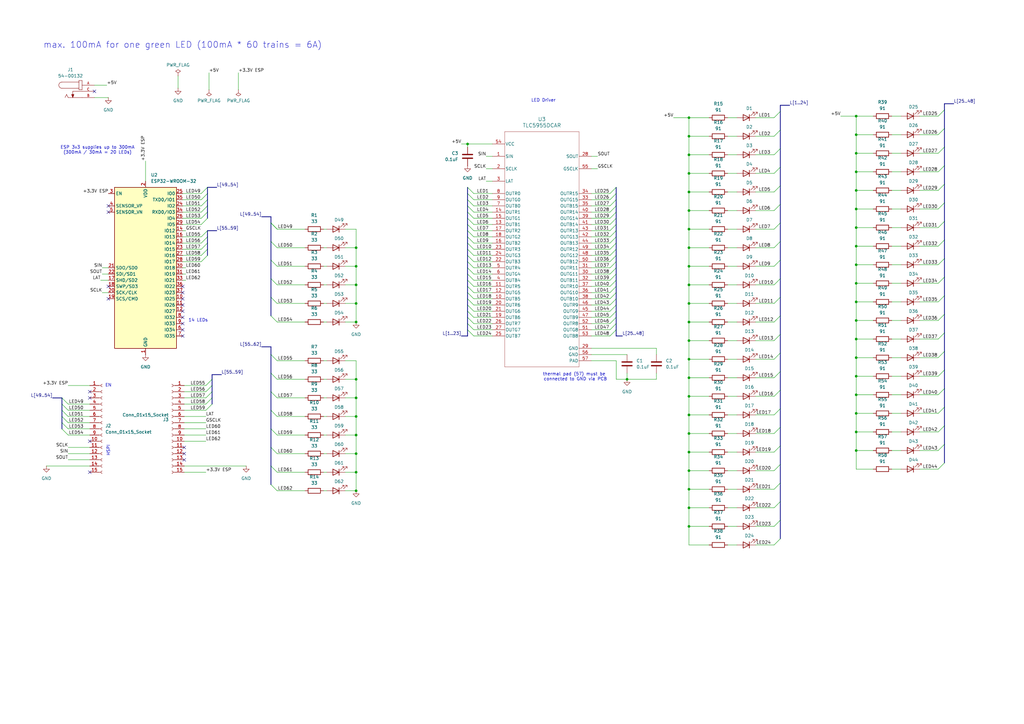
<source format=kicad_sch>
(kicad_sch (version 20231120) (generator "eeschema") (generator_version "8.0")
  (paper "A3")
  (junction (at 146.05 101.6))
  (junction (at 282.575 48.26))
  (junction (at 146.05 155.575))
  (junction (at 282.575 78.74))
  (junction (at 351.155 131.445))
  (junction (at 351.155 78.105))
  (junction (at 351.155 55.245))
  (junction (at 351.155 123.825))
  (junction (at 351.155 139.065))
  (junction (at 282.575 215.9))
  (junction (at 146.05 163.195))
  (junction (at 282.575 162.56))
  (junction (at 282.575 193.04))
  (junction (at 351.155 85.725))
  (junction (at 191.77 59.055))
  (junction (at 146.05 116.84))
  (junction (at 146.05 201.295))
  (junction (at 257.175 155.575))
  (junction (at 282.575 185.42))
  (junction (at 351.155 93.345))
  (junction (at 282.575 93.98))
  (junction (at 282.575 101.6))
  (junction (at 351.155 62.865))
  (junction (at 351.155 70.485))
  (junction (at 351.155 161.925))
  (junction (at 282.575 63.5))
  (junction (at 146.05 132.08))
  (junction (at 282.575 170.18))
  (junction (at 146.05 124.46))
  (junction (at 282.575 177.8))
  (junction (at 351.155 146.685))
  (junction (at 282.575 132.08))
  (junction (at 282.575 86.36))
  (junction (at 282.575 116.84))
  (junction (at 146.05 170.815))
  (junction (at 351.155 154.305))
  (junction (at 282.575 154.94))
  (junction (at 351.155 169.545))
  (junction (at 282.575 147.32))
  (junction (at 282.575 71.12))
  (junction (at 146.05 109.22))
  (junction (at 351.155 100.965))
  (junction (at 351.155 184.785))
  (junction (at 282.575 208.28))
  (junction (at 146.05 178.435))
  (junction (at 351.155 108.585))
  (junction (at 351.155 116.205))
  (junction (at 146.05 193.675))
  (junction (at 282.575 109.22))
  (junction (at 282.575 55.88))
  (junction (at 282.575 124.46))
  (junction (at 282.575 139.7))
  (junction (at 282.575 200.66))
  (junction (at 351.155 47.625))
  (junction (at 351.155 177.165))
  (junction (at 146.05 186.055))
  (no_connect (at 75.565 186.055))
  (no_connect (at 74.93 117.475))
  (no_connect (at 38.735 37.465))
  (no_connect (at 36.83 163.195))
  (no_connect (at 74.93 130.175))
  (no_connect (at 36.83 160.655))
  (no_connect (at 75.565 183.515))
  (no_connect (at 36.83 180.975))
  (no_connect (at 75.565 188.595))
  (no_connect (at 74.93 137.795))
  (no_connect (at 74.93 125.095))
  (no_connect (at 74.93 127.635))
  (no_connect (at 74.93 122.555))
  (no_connect (at 74.93 120.015))
  (no_connect (at 74.93 135.255))
  (no_connect (at 36.83 193.675))
  (no_connect (at 74.93 132.715))
  (no_connect (at 44.45 86.995))
  (no_connect (at 44.45 117.475))
  (no_connect (at 44.45 122.555))
  (no_connect (at 44.45 84.455))
  (bus_entry (at 191.77 94.615) (size 2.54 2.54))
  (bus_entry (at 111.125 145.415) (size 2.54 2.54))
  (bus_entry (at 25.4 168.275) (size 2.54 2.54))
  (bus_entry (at 320.04 160.02) (size -2.54 2.54))
  (bus_entry (at 85.09 104.775) (size -2.54 2.54))
  (bus_entry (at 191.77 99.695) (size 2.54 2.54))
  (bus_entry (at 320.04 45.72) (size -2.54 2.54))
  (bus_entry (at 252.73 97.155) (size -2.54 2.54))
  (bus_entry (at 252.73 76.835) (size -2.54 2.54))
  (bus_entry (at 320.04 175.26) (size -2.54 2.54))
  (bus_entry (at 320.04 144.78) (size -2.54 2.54))
  (bus_entry (at 320.04 152.4) (size -2.54 2.54))
  (bus_entry (at 86.995 160.655) (size -2.54 2.54))
  (bus_entry (at 252.73 117.475) (size -2.54 2.54))
  (bus_entry (at 25.4 170.815) (size 2.54 2.54))
  (bus_entry (at 191.77 114.935) (size 2.54 2.54))
  (bus_entry (at 191.77 112.395) (size 2.54 2.54))
  (bus_entry (at 252.73 112.395) (size -2.54 2.54))
  (bus_entry (at 252.73 79.375) (size -2.54 2.54))
  (bus_entry (at 191.77 79.375) (size 2.54 2.54))
  (bus_entry (at 387.35 113.665) (size -2.54 2.54))
  (bus_entry (at 320.04 68.58) (size -2.54 2.54))
  (bus_entry (at 85.09 97.155) (size -2.54 2.54))
  (bus_entry (at 387.35 144.145) (size -2.54 2.54))
  (bus_entry (at 25.4 173.355) (size 2.54 2.54))
  (bus_entry (at 111.125 129.54) (size 2.54 2.54))
  (bus_entry (at 191.77 92.075) (size 2.54 2.54))
  (bus_entry (at 111.125 160.655) (size 2.54 2.54))
  (bus_entry (at 111.125 121.92) (size 2.54 2.54))
  (bus_entry (at 320.04 182.88) (size -2.54 2.54))
  (bus_entry (at 320.04 220.98) (size -2.54 2.54))
  (bus_entry (at 252.73 132.715) (size -2.54 2.54))
  (bus_entry (at 86.995 155.575) (size -2.54 2.54))
  (bus_entry (at 85.09 76.835) (size -2.54 2.54))
  (bus_entry (at 250.19 137.795) (size 2.54 -2.54))
  (bus_entry (at 191.77 117.475) (size 2.54 2.54))
  (bus_entry (at 320.04 76.2) (size -2.54 2.54))
  (bus_entry (at 320.04 106.68) (size -2.54 2.54))
  (bus_entry (at 320.04 60.96) (size -2.54 2.54))
  (bus_entry (at 111.125 191.135) (size 2.54 2.54))
  (bus_entry (at 85.09 81.915) (size -2.54 2.54))
  (bus_entry (at 111.125 168.275) (size 2.54 2.54))
  (bus_entry (at 85.09 79.375) (size -2.54 2.54))
  (bus_entry (at 191.77 122.555) (size 2.54 2.54))
  (bus_entry (at 320.04 114.3) (size -2.54 2.54))
  (bus_entry (at 320.04 213.36) (size -2.54 2.54))
  (bus_entry (at 320.04 83.82) (size -2.54 2.54))
  (bus_entry (at 387.35 151.765) (size -2.54 2.54))
  (bus_entry (at 320.04 205.74) (size -2.54 2.54))
  (bus_entry (at 252.73 107.315) (size -2.54 2.54))
  (bus_entry (at 111.125 153.035) (size 2.54 2.54))
  (bus_entry (at 387.35 106.045) (size -2.54 2.54))
  (bus_entry (at 320.04 121.92) (size -2.54 2.54))
  (bus_entry (at 111.125 183.515) (size 2.54 2.54))
  (bus_entry (at 191.77 125.095) (size 2.54 2.54))
  (bus_entry (at 191.77 102.235) (size 2.54 2.54))
  (bus_entry (at 320.04 53.34) (size -2.54 2.54))
  (bus_entry (at 387.35 121.285) (size -2.54 2.54))
  (bus_entry (at 320.04 167.64) (size -2.54 2.54))
  (bus_entry (at 387.35 67.945) (size -2.54 2.54))
  (bus_entry (at 191.77 86.995) (size 2.54 2.54))
  (bus_entry (at 387.35 75.565) (size -2.54 2.54))
  (bus_entry (at 252.73 81.915) (size -2.54 2.54))
  (bus_entry (at 387.35 174.625) (size -2.54 2.54))
  (bus_entry (at 191.77 76.835) (size 2.54 2.54))
  (bus_entry (at 191.77 97.155) (size 2.54 2.54))
  (bus_entry (at 86.995 158.115) (size -2.54 2.54))
  (bus_entry (at 85.09 99.695) (size -2.54 2.54))
  (bus_entry (at 111.125 175.895) (size 2.54 2.54))
  (bus_entry (at 191.77 135.255) (size 2.54 2.54))
  (bus_entry (at 320.04 190.5) (size -2.54 2.54))
  (bus_entry (at 320.04 198.12) (size -2.54 2.54))
  (bus_entry (at 86.995 163.195) (size -2.54 2.54))
  (bus_entry (at 111.125 91.44) (size 2.54 2.54))
  (bus_entry (at 320.04 129.54) (size -2.54 2.54))
  (bus_entry (at 252.73 104.775) (size -2.54 2.54))
  (bus_entry (at 252.73 130.175) (size -2.54 2.54))
  (bus_entry (at 85.09 84.455) (size -2.54 2.54))
  (bus_entry (at 191.77 132.715) (size 2.54 2.54))
  (bus_entry (at 252.73 92.075) (size -2.54 2.54))
  (bus_entry (at 387.35 182.245) (size -2.54 2.54))
  (bus_entry (at 387.35 98.425) (size -2.54 2.54))
  (bus_entry (at 252.73 122.555) (size -2.54 2.54))
  (bus_entry (at 85.09 102.235) (size -2.54 2.54))
  (bus_entry (at 252.73 120.015) (size -2.54 2.54))
  (bus_entry (at 252.73 102.235) (size -2.54 2.54))
  (bus_entry (at 387.35 90.805) (size -2.54 2.54))
  (bus_entry (at 387.35 128.905) (size -2.54 2.54))
  (bus_entry (at 85.09 94.615) (size -2.54 2.54))
  (bus_entry (at 86.995 165.735) (size -2.54 2.54))
  (bus_entry (at 252.73 89.535) (size -2.54 2.54))
  (bus_entry (at 387.35 167.005) (size -2.54 2.54))
  (bus_entry (at 252.73 84.455) (size -2.54 2.54))
  (bus_entry (at 252.73 99.695) (size -2.54 2.54))
  (bus_entry (at 252.73 86.995) (size -2.54 2.54))
  (bus_entry (at 320.04 91.44) (size -2.54 2.54))
  (bus_entry (at 191.77 89.535) (size 2.54 2.54))
  (bus_entry (at 85.09 89.535) (size -2.54 2.54))
  (bus_entry (at 191.77 104.775) (size 2.54 2.54))
  (bus_entry (at 111.125 106.68) (size 2.54 2.54))
  (bus_entry (at 387.35 189.865) (size -2.54 2.54))
  (bus_entry (at 191.77 84.455) (size 2.54 2.54))
  (bus_entry (at 252.73 94.615) (size -2.54 2.54))
  (bus_entry (at 191.77 81.915) (size 2.54 2.54))
  (bus_entry (at 191.77 130.175) (size 2.54 2.54))
  (bus_entry (at 387.35 45.085) (size -2.54 2.54))
  (bus_entry (at 252.73 127.635) (size -2.54 2.54))
  (bus_entry (at 387.35 52.705) (size -2.54 2.54))
  (bus_entry (at 25.4 163.195) (size 2.54 2.54))
  (bus_entry (at 252.73 114.935) (size -2.54 2.54))
  (bus_entry (at 191.77 107.315) (size 2.54 2.54))
  (bus_entry (at 191.77 109.855) (size 2.54 2.54))
  (bus_entry (at 320.04 137.16) (size -2.54 2.54))
  (bus_entry (at 320.04 99.06) (size -2.54 2.54))
  (bus_entry (at 387.35 159.385) (size -2.54 2.54))
  (bus_entry (at 252.73 109.855) (size -2.54 2.54))
  (bus_entry (at 191.77 127.635) (size 2.54 2.54))
  (bus_entry (at 111.125 114.3) (size 2.54 2.54))
  (bus_entry (at 387.35 60.325) (size -2.54 2.54))
  (bus_entry (at 111.125 91.44) (size 2.54 2.54))
  (bus_entry (at 85.09 86.995) (size -2.54 2.54))
  (bus_entry (at 387.35 136.525) (size -2.54 2.54))
  (bus_entry (at 252.73 125.095) (size -2.54 2.54))
  (bus_entry (at 25.4 165.735) (size 2.54 2.54))
  (bus_entry (at 111.125 198.755) (size 2.54 2.54))
  (bus_entry (at 111.125 99.06) (size 2.54 2.54))
  (bus_entry (at 191.77 120.015) (size 2.54 2.54))
  (bus_entry (at 387.35 83.185) (size -2.54 2.54))
  (bus_entry (at 25.4 175.895) (size 2.54 2.54))
  (wire (pts (xy 269.24 145.415) (xy 269.24 142.875)))
  (bus (pts (xy 191.77 94.615) (xy 191.77 97.155)))
  (bus (pts (xy 320.04 68.58) (xy 320.04 76.2)))
  (wire (pts (xy 75.565 178.435) (xy 84.455 178.435)))
  (wire (pts (xy 74.93 79.375) (xy 82.55 79.375)))
  (wire (pts (xy 74.93 86.995) (xy 82.55 86.995)))
  (wire (pts (xy 141.605 178.435) (xy 146.05 178.435)))
  (bus (pts (xy 111.125 191.135) (xy 111.125 198.755)))
  (wire (pts (xy 282.575 139.7) (xy 290.83 139.7)))
  (wire (pts (xy 257.175 155.575) (xy 269.24 155.575)))
  (wire (pts (xy 242.57 117.475) (xy 250.19 117.475)))
  (wire (pts (xy 351.155 62.865) (xy 351.155 55.245)))
  (bus (pts (xy 320.04 175.26) (xy 320.04 182.88)))
  (wire (pts (xy 365.76 139.065) (xy 369.57 139.065)))
  (wire (pts (xy 242.57 125.095) (xy 250.19 125.095)))
  (wire (pts (xy 282.575 193.04) (xy 282.575 185.42)))
  (wire (pts (xy 85.725 29.845) (xy 85.725 36.83)))
  (wire (pts (xy 282.575 63.5) (xy 290.83 63.5)))
  (wire (pts (xy 351.155 161.925) (xy 351.155 154.305)))
  (bus (pts (xy 252.73 81.915) (xy 252.73 84.455)))
  (wire (pts (xy 75.565 165.735) (xy 84.455 165.735)))
  (wire (pts (xy 113.665 193.675) (xy 125.095 193.675)))
  (wire (pts (xy 141.605 193.675) (xy 146.05 193.675)))
  (wire (pts (xy 351.155 70.485) (xy 358.14 70.485)))
  (wire (pts (xy 351.155 154.305) (xy 358.14 154.305)))
  (wire (pts (xy 242.57 64.135) (xy 245.11 64.135)))
  (wire (pts (xy 351.155 184.785) (xy 358.14 184.785)))
  (bus (pts (xy 387.35 60.325) (xy 387.35 67.945)))
  (wire (pts (xy 75.565 160.655) (xy 84.455 160.655)))
  (wire (pts (xy 282.575 215.9) (xy 282.575 208.28)))
  (wire (pts (xy 351.155 100.965) (xy 351.155 93.345)))
  (wire (pts (xy 97.79 29.845) (xy 97.79 36.83)))
  (wire (pts (xy 365.76 47.625) (xy 369.57 47.625)))
  (wire (pts (xy 74.93 112.395) (xy 76.2 112.395)))
  (wire (pts (xy 132.715 170.815) (xy 133.985 170.815)))
  (wire (pts (xy 132.715 124.46) (xy 133.985 124.46)))
  (bus (pts (xy 320.04 60.96) (xy 320.04 68.58)))
  (wire (pts (xy 75.565 180.975) (xy 84.455 180.975)))
  (wire (pts (xy 298.45 78.74) (xy 302.26 78.74)))
  (wire (pts (xy 242.57 112.395) (xy 250.19 112.395)))
  (wire (pts (xy 74.93 81.915) (xy 82.55 81.915)))
  (bus (pts (xy 252.73 89.535) (xy 252.73 92.075)))
  (wire (pts (xy 132.715 93.98) (xy 133.985 93.98)))
  (wire (pts (xy 194.31 79.375) (xy 201.93 79.375)))
  (bus (pts (xy 252.73 125.095) (xy 252.73 127.635)))
  (bus (pts (xy 85.09 94.615) (xy 85.09 97.155)))
  (wire (pts (xy 377.19 139.065) (xy 384.81 139.065)))
  (bus (pts (xy 320.04 152.4) (xy 320.04 160.02)))
  (wire (pts (xy 113.665 116.84) (xy 125.095 116.84)))
  (bus (pts (xy 25.4 163.195) (xy 25.4 165.735)))
  (wire (pts (xy 377.19 108.585) (xy 384.81 108.585)))
  (bus (pts (xy 25.4 170.815) (xy 25.4 173.355)))
  (bus (pts (xy 320.04 106.68) (xy 320.04 114.3)))
  (bus (pts (xy 191.77 102.235) (xy 191.77 104.775)))
  (wire (pts (xy 242.57 122.555) (xy 250.19 122.555)))
  (wire (pts (xy 377.19 192.405) (xy 384.81 192.405)))
  (wire (pts (xy 75.565 168.275) (xy 84.455 168.275)))
  (wire (pts (xy 282.575 63.5) (xy 282.575 55.88)))
  (wire (pts (xy 282.575 147.32) (xy 282.575 139.7)))
  (wire (pts (xy 282.575 101.6) (xy 290.83 101.6)))
  (wire (pts (xy 351.155 177.165) (xy 358.14 177.165)))
  (wire (pts (xy 199.39 74.295) (xy 201.93 74.295)))
  (wire (pts (xy 282.575 177.8) (xy 282.575 170.18)))
  (wire (pts (xy 298.45 63.5) (xy 302.26 63.5)))
  (wire (pts (xy 74.93 104.775) (xy 82.55 104.775)))
  (wire (pts (xy 84.455 173.355) (xy 75.565 173.355)))
  (wire (pts (xy 298.45 86.36) (xy 302.26 86.36)))
  (wire (pts (xy 282.575 132.08) (xy 282.575 124.46)))
  (wire (pts (xy 377.19 78.105) (xy 384.81 78.105)))
  (wire (pts (xy 377.19 85.725) (xy 384.81 85.725)))
  (wire (pts (xy 309.88 63.5) (xy 317.5 63.5)))
  (wire (pts (xy 282.575 162.56) (xy 282.575 154.94)))
  (wire (pts (xy 74.93 89.535) (xy 82.55 89.535)))
  (wire (pts (xy 75.565 163.195) (xy 84.455 163.195)))
  (wire (pts (xy 242.57 127.635) (xy 250.19 127.635)))
  (wire (pts (xy 242.57 114.935) (xy 250.19 114.935)))
  (wire (pts (xy 201.93 130.175) (xy 194.31 130.175)))
  (wire (pts (xy 298.45 139.7) (xy 302.26 139.7)))
  (wire (pts (xy 257.175 153.035) (xy 257.175 155.575)))
  (wire (pts (xy 113.665 163.195) (xy 125.095 163.195)))
  (bus (pts (xy 387.35 174.625) (xy 387.35 182.245)))
  (bus (pts (xy 320.04 198.12) (xy 320.04 205.74)))
  (bus (pts (xy 387.35 45.085) (xy 387.35 52.705)))
  (wire (pts (xy 201.93 125.095) (xy 194.31 125.095)))
  (wire (pts (xy 298.45 208.28) (xy 302.26 208.28)))
  (wire (pts (xy 201.93 137.795) (xy 194.31 137.795)))
  (bus (pts (xy 191.77 97.155) (xy 191.77 99.695)))
  (wire (pts (xy 242.57 142.875) (xy 269.24 142.875)))
  (wire (pts (xy 194.31 107.315) (xy 201.93 107.315)))
  (wire (pts (xy 194.31 104.775) (xy 201.93 104.775)))
  (wire (pts (xy 146.05 178.435) (xy 146.05 186.055)))
  (wire (pts (xy 298.45 200.66) (xy 302.26 200.66)))
  (wire (pts (xy 309.88 78.74) (xy 317.5 78.74)))
  (wire (pts (xy 377.19 131.445) (xy 384.81 131.445)))
  (wire (pts (xy 282.575 185.42) (xy 290.83 185.42)))
  (bus (pts (xy 252.73 102.235) (xy 252.73 104.775)))
  (bus (pts (xy 85.09 104.775) (xy 85.09 102.235)))
  (wire (pts (xy 132.715 163.195) (xy 133.985 163.195)))
  (bus (pts (xy 111.125 106.68) (xy 111.125 114.3)))
  (bus (pts (xy 85.09 81.915) (xy 85.09 84.455)))
  (wire (pts (xy 351.155 154.305) (xy 351.155 146.685)))
  (bus (pts (xy 191.77 127.635) (xy 191.77 130.175)))
  (bus (pts (xy 111.125 145.415) (xy 111.125 153.035)))
  (wire (pts (xy 242.57 94.615) (xy 250.19 94.615)))
  (wire (pts (xy 282.575 93.98) (xy 290.83 93.98)))
  (wire (pts (xy 201.93 127.635) (xy 194.31 127.635)))
  (wire (pts (xy 27.94 188.595) (xy 36.83 188.595)))
  (bus (pts (xy 111.125 121.92) (xy 111.125 129.54)))
  (wire (pts (xy 351.155 108.585) (xy 358.14 108.585)))
  (wire (pts (xy 194.31 99.695) (xy 201.93 99.695)))
  (wire (pts (xy 74.93 84.455) (xy 82.55 84.455)))
  (wire (pts (xy 27.94 186.055) (xy 36.83 186.055)))
  (wire (pts (xy 194.31 120.015) (xy 201.93 120.015)))
  (wire (pts (xy 298.45 55.88) (xy 302.26 55.88)))
  (wire (pts (xy 365.76 169.545) (xy 369.57 169.545)))
  (wire (pts (xy 146.05 163.195) (xy 146.05 170.815)))
  (wire (pts (xy 298.45 48.26) (xy 302.26 48.26)))
  (bus (pts (xy 252.73 86.995) (xy 252.73 89.535)))
  (wire (pts (xy 282.575 124.46) (xy 282.575 116.84)))
  (wire (pts (xy 309.88 185.42) (xy 317.5 185.42)))
  (bus (pts (xy 320.04 99.06) (xy 320.04 106.68)))
  (wire (pts (xy 351.155 78.105) (xy 358.14 78.105)))
  (wire (pts (xy 146.05 101.6) (xy 146.05 109.22)))
  (wire (pts (xy 365.76 78.105) (xy 369.57 78.105)))
  (wire (pts (xy 194.31 94.615) (xy 201.93 94.615)))
  (wire (pts (xy 132.715 186.055) (xy 133.985 186.055)))
  (bus (pts (xy 191.77 76.835) (xy 191.77 79.375)))
  (wire (pts (xy 298.45 162.56) (xy 302.26 162.56)))
  (wire (pts (xy 365.76 85.725) (xy 369.57 85.725)))
  (bus (pts (xy 320.04 83.82) (xy 320.04 91.44)))
  (wire (pts (xy 132.715 193.675) (xy 133.985 193.675)))
  (bus (pts (xy 25.4 173.355) (xy 25.4 175.895)))
  (wire (pts (xy 282.575 185.42) (xy 282.575 177.8)))
  (bus (pts (xy 387.35 136.525) (xy 387.35 144.145)))
  (wire (pts (xy 365.76 131.445) (xy 369.57 131.445)))
  (wire (pts (xy 351.155 184.785) (xy 351.155 177.165)))
  (wire (pts (xy 377.19 161.925) (xy 384.81 161.925)))
  (bus (pts (xy 320.04 91.44) (xy 320.04 99.06)))
  (wire (pts (xy 113.665 155.575) (xy 125.095 155.575)))
  (wire (pts (xy 377.19 62.865) (xy 384.81 62.865)))
  (wire (pts (xy 351.155 78.105) (xy 351.155 70.485)))
  (wire (pts (xy 351.155 146.685) (xy 351.155 139.065)))
  (wire (pts (xy 351.155 192.405) (xy 358.14 192.405)))
  (wire (pts (xy 141.605 170.815) (xy 146.05 170.815)))
  (wire (pts (xy 344.805 47.625) (xy 351.155 47.625)))
  (wire (pts (xy 132.715 116.84) (xy 133.985 116.84)))
  (wire (pts (xy 282.575 193.04) (xy 290.83 193.04)))
  (bus (pts (xy 25.4 168.275) (xy 25.4 170.815)))
  (wire (pts (xy 75.565 158.115) (xy 84.455 158.115)))
  (wire (pts (xy 242.57 102.235) (xy 250.19 102.235)))
  (bus (pts (xy 191.77 81.915) (xy 191.77 84.455)))
  (wire (pts (xy 141.605 163.195) (xy 146.05 163.195)))
  (wire (pts (xy 309.88 154.94) (xy 317.5 154.94)))
  (wire (pts (xy 252.73 147.955) (xy 252.73 155.575)))
  (wire (pts (xy 194.31 86.995) (xy 201.93 86.995)))
  (wire (pts (xy 298.45 132.08) (xy 302.26 132.08)))
  (bus (pts (xy 111.125 114.3) (xy 111.125 121.92)))
  (wire (pts (xy 276.225 48.26) (xy 282.575 48.26)))
  (bus (pts (xy 387.35 121.285) (xy 387.35 128.905)))
  (bus (pts (xy 252.73 94.615) (xy 252.73 97.155)))
  (bus (pts (xy 387.35 75.565) (xy 387.35 83.185)))
  (bus (pts (xy 387.35 67.945) (xy 387.35 75.565)))
  (wire (pts (xy 365.76 184.785) (xy 369.57 184.785)))
  (wire (pts (xy 377.19 154.305) (xy 384.81 154.305)))
  (bus (pts (xy 191.77 84.455) (xy 191.77 86.995)))
  (wire (pts (xy 113.665 93.98) (xy 125.095 93.98)))
  (wire (pts (xy 282.575 93.98) (xy 282.575 86.36)))
  (bus (pts (xy 85.09 76.835) (xy 85.09 79.375)))
  (wire (pts (xy 351.155 177.165) (xy 351.155 169.545)))
  (wire (pts (xy 351.155 139.065) (xy 358.14 139.065)))
  (wire (pts (xy 27.94 158.115) (xy 36.83 158.115)))
  (wire (pts (xy 242.57 135.255) (xy 250.19 135.255)))
  (bus (pts (xy 85.09 86.995) (xy 85.09 89.535)))
  (wire (pts (xy 41.91 120.015) (xy 44.45 120.015)))
  (wire (pts (xy 351.155 192.405) (xy 351.155 184.785)))
  (bus (pts (xy 86.995 158.115) (xy 86.995 160.655)))
  (wire (pts (xy 282.575 109.22) (xy 282.575 101.6)))
  (wire (pts (xy 282.575 116.84) (xy 290.83 116.84)))
  (bus (pts (xy 191.77 135.255) (xy 191.77 137.795)))
  (wire (pts (xy 351.155 55.245) (xy 358.14 55.245)))
  (bus (pts (xy 387.35 106.045) (xy 387.35 113.665)))
  (wire (pts (xy 141.605 124.46) (xy 146.05 124.46)))
  (wire (pts (xy 146.05 116.84) (xy 146.05 124.46)))
  (wire (pts (xy 351.155 108.585) (xy 351.155 100.965)))
  (wire (pts (xy 74.93 114.935) (xy 76.2 114.935)))
  (wire (pts (xy 298.45 170.18) (xy 302.26 170.18)))
  (wire (pts (xy 199.39 69.215) (xy 201.93 69.215)))
  (wire (pts (xy 27.94 170.815) (xy 36.83 170.815)))
  (bus (pts (xy 387.35 90.805) (xy 387.35 98.425)))
  (wire (pts (xy 351.155 85.725) (xy 358.14 85.725)))
  (wire (pts (xy 27.94 178.435) (xy 36.83 178.435)))
  (bus (pts (xy 191.77 112.395) (xy 191.77 114.935)))
  (wire (pts (xy 377.19 184.785) (xy 384.81 184.785)))
  (wire (pts (xy 146.05 170.815) (xy 146.05 178.435)))
  (wire (pts (xy 365.76 177.165) (xy 369.57 177.165)))
  (wire (pts (xy 201.93 135.255) (xy 194.31 135.255)))
  (wire (pts (xy 351.155 146.685) (xy 358.14 146.685)))
  (bus (pts (xy 111.125 142.24) (xy 111.125 145.415)))
  (wire (pts (xy 146.05 155.575) (xy 146.05 163.195)))
  (wire (pts (xy 282.575 215.9) (xy 290.83 215.9)))
  (bus (pts (xy 111.125 160.655) (xy 111.125 168.275)))
  (wire (pts (xy 132.715 178.435) (xy 133.985 178.435)))
  (wire (pts (xy 38.735 40.005) (xy 44.45 40.005)))
  (bus (pts (xy 252.73 92.075) (xy 252.73 94.615)))
  (wire (pts (xy 351.155 62.865) (xy 358.14 62.865)))
  (wire (pts (xy 252.73 155.575) (xy 257.175 155.575)))
  (bus (pts (xy 320.04 43.18) (xy 320.04 45.72)))
  (bus (pts (xy 320.04 205.74) (xy 320.04 213.36)))
  (wire (pts (xy 113.665 147.955) (xy 125.095 147.955)))
  (wire (pts (xy 113.665 201.295) (xy 125.095 201.295)))
  (wire (pts (xy 242.57 132.715) (xy 250.19 132.715)))
  (wire (pts (xy 351.155 70.485) (xy 351.155 62.865)))
  (wire (pts (xy 365.76 161.925) (xy 369.57 161.925)))
  (wire (pts (xy 242.57 97.155) (xy 250.19 97.155)))
  (bus (pts (xy 252.73 107.315) (xy 252.73 109.855)))
  (wire (pts (xy 242.57 92.075) (xy 250.19 92.075)))
  (wire (pts (xy 74.93 97.155) (xy 82.55 97.155)))
  (bus (pts (xy 191.77 109.855) (xy 191.77 112.395)))
  (wire (pts (xy 365.76 70.485) (xy 369.57 70.485)))
  (bus (pts (xy 252.73 104.775) (xy 252.73 107.315)))
  (wire (pts (xy 191.77 59.055) (xy 201.93 59.055)))
  (wire (pts (xy 282.575 78.74) (xy 290.83 78.74)))
  (bus (pts (xy 86.995 163.195) (xy 86.995 165.735)))
  (wire (pts (xy 132.715 155.575) (xy 133.985 155.575)))
  (wire (pts (xy 242.57 104.775) (xy 250.19 104.775)))
  (wire (pts (xy 41.91 112.395) (xy 44.45 112.395)))
  (bus (pts (xy 86.995 155.575) (xy 86.995 158.115)))
  (wire (pts (xy 351.155 161.925) (xy 358.14 161.925)))
  (wire (pts (xy 41.91 109.855) (xy 44.45 109.855)))
  (wire (pts (xy 377.19 116.205) (xy 384.81 116.205)))
  (wire (pts (xy 377.19 177.165) (xy 384.81 177.165)))
  (wire (pts (xy 282.575 86.36) (xy 290.83 86.36)))
  (bus (pts (xy 252.73 120.015) (xy 252.73 122.555)))
  (wire (pts (xy 309.88 132.08) (xy 317.5 132.08)))
  (wire (pts (xy 132.715 109.22) (xy 133.985 109.22)))
  (wire (pts (xy 351.155 169.545) (xy 358.14 169.545)))
  (bus (pts (xy 191.77 125.095) (xy 191.77 127.635)))
  (wire (pts (xy 377.19 146.685) (xy 384.81 146.685)))
  (bus (pts (xy 85.09 84.455) (xy 85.09 86.995)))
  (bus (pts (xy 252.73 99.695) (xy 252.73 102.235)))
  (bus (pts (xy 111.125 142.24) (xy 107.315 142.24)))
  (wire (pts (xy 309.88 86.36) (xy 317.5 86.36)))
  (wire (pts (xy 75.565 175.895) (xy 84.455 175.895)))
  (wire (pts (xy 113.665 186.055) (xy 125.095 186.055)))
  (wire (pts (xy 74.93 109.855) (xy 76.2 109.855)))
  (wire (pts (xy 73.025 31.115) (xy 73.025 36.195)))
  (wire (pts (xy 41.275 114.935) (xy 44.45 114.935)))
  (wire (pts (xy 27.94 165.735) (xy 36.83 165.735)))
  (wire (pts (xy 27.94 175.895) (xy 36.83 175.895)))
  (wire (pts (xy 194.31 109.855) (xy 201.93 109.855)))
  (wire (pts (xy 351.155 100.965) (xy 358.14 100.965)))
  (bus (pts (xy 252.73 114.935) (xy 252.73 117.475)))
  (bus (pts (xy 252.73 132.715) (xy 252.73 135.255)))
  (wire (pts (xy 309.88 93.98) (xy 317.5 93.98)))
  (wire (pts (xy 282.575 55.88) (xy 282.575 48.26)))
  (wire (pts (xy 242.57 120.015) (xy 250.19 120.015)))
  (wire (pts (xy 365.76 116.205) (xy 369.57 116.205)))
  (bus (pts (xy 252.73 76.835) (xy 252.73 79.375)))
  (bus (pts (xy 252.73 109.855) (xy 252.73 112.395)))
  (bus (pts (xy 191.77 117.475) (xy 191.77 120.015)))
  (wire (pts (xy 282.575 101.6) (xy 282.575 93.98)))
  (wire (pts (xy 298.45 147.32) (xy 302.26 147.32)))
  (wire (pts (xy 351.155 47.625) (xy 358.14 47.625)))
  (wire (pts (xy 282.575 71.12) (xy 282.575 63.5)))
  (bus (pts (xy 387.35 113.665) (xy 387.35 121.285)))
  (bus (pts (xy 191.77 104.775) (xy 191.77 107.315)))
  (wire (pts (xy 194.31 89.535) (xy 201.93 89.535)))
  (wire (pts (xy 309.88 200.66) (xy 317.5 200.66)))
  (wire (pts (xy 75.565 191.135) (xy 100.965 191.135)))
  (wire (pts (xy 309.88 101.6) (xy 317.5 101.6)))
  (wire (pts (xy 141.605 109.22) (xy 146.05 109.22)))
  (wire (pts (xy 74.93 107.315) (xy 82.55 107.315)))
  (wire (pts (xy 146.05 124.46) (xy 146.05 132.08)))
  (wire (pts (xy 282.575 48.26) (xy 290.83 48.26)))
  (wire (pts (xy 365.76 146.685) (xy 369.57 146.685)))
  (wire (pts (xy 194.31 92.075) (xy 201.93 92.075)))
  (wire (pts (xy 242.57 130.175) (xy 250.19 130.175)))
  (wire (pts (xy 141.605 101.6) (xy 146.05 101.6)))
  (wire (pts (xy 242.57 107.315) (xy 250.19 107.315)))
  (wire (pts (xy 132.715 201.295) (xy 133.985 201.295)))
  (wire (pts (xy 282.575 124.46) (xy 290.83 124.46)))
  (wire (pts (xy 27.94 173.355) (xy 36.83 173.355)))
  (bus (pts (xy 252.73 130.175) (xy 252.73 132.715)))
  (wire (pts (xy 309.88 116.84) (xy 317.5 116.84)))
  (bus (pts (xy 387.35 159.385) (xy 387.35 167.005)))
  (wire (pts (xy 298.45 71.12) (xy 302.26 71.12)))
  (wire (pts (xy 27.94 168.275) (xy 36.83 168.275)))
  (wire (pts (xy 113.665 109.22) (xy 125.095 109.22)))
  (wire (pts (xy 282.575 86.36) (xy 282.575 78.74)))
  (bus (pts (xy 111.125 168.275) (xy 111.125 175.895)))
  (wire (pts (xy 298.45 109.22) (xy 302.26 109.22)))
  (wire (pts (xy 201.93 122.555) (xy 194.31 122.555)))
  (wire (pts (xy 351.155 123.825) (xy 358.14 123.825)))
  (wire (pts (xy 298.45 116.84) (xy 302.26 116.84)))
  (bus (pts (xy 191.77 79.375) (xy 191.77 81.915)))
  (wire (pts (xy 377.19 55.245) (xy 384.81 55.245)))
  (wire (pts (xy 141.605 147.955) (xy 146.05 147.955)))
  (bus (pts (xy 111.125 99.06) (xy 111.125 106.68)))
  (bus (pts (xy 320.04 114.3) (xy 320.04 121.92)))
  (wire (pts (xy 309.88 208.28) (xy 317.5 208.28)))
  (wire (pts (xy 298.45 177.8) (xy 302.26 177.8)))
  (wire (pts (xy 351.155 116.205) (xy 358.14 116.205)))
  (bus (pts (xy 111.125 183.515) (xy 111.125 191.135)))
  (bus (pts (xy 320.04 121.92) (xy 320.04 129.54)))
  (wire (pts (xy 75.565 170.815) (xy 84.455 170.815)))
  (wire (pts (xy 309.88 162.56) (xy 317.5 162.56)))
  (wire (pts (xy 309.88 139.7) (xy 317.5 139.7)))
  (wire (pts (xy 351.155 131.445) (xy 351.155 123.825)))
  (wire (pts (xy 351.155 85.725) (xy 351.155 78.105)))
  (wire (pts (xy 76.2 94.615) (xy 74.93 94.615)))
  (wire (pts (xy 242.57 109.855) (xy 250.19 109.855)))
  (wire (pts (xy 113.665 101.6) (xy 125.095 101.6)))
  (bus (pts (xy 252.73 84.455) (xy 252.73 86.995)))
  (bus (pts (xy 320.04 53.34) (xy 320.04 60.96)))
  (wire (pts (xy 298.45 124.46) (xy 302.26 124.46)))
  (wire (pts (xy 242.57 137.795) (xy 250.19 137.795)))
  (wire (pts (xy 141.605 155.575) (xy 146.05 155.575)))
  (wire (pts (xy 242.57 84.455) (xy 250.19 84.455)))
  (wire (pts (xy 282.575 147.32) (xy 290.83 147.32)))
  (wire (pts (xy 309.88 124.46) (xy 317.5 124.46)))
  (bus (pts (xy 191.77 122.555) (xy 191.77 125.095)))
  (wire (pts (xy 351.155 55.245) (xy 351.155 47.625)))
  (wire (pts (xy 132.715 132.08) (xy 133.985 132.08)))
  (wire (pts (xy 351.155 93.345) (xy 351.155 85.725)))
  (wire (pts (xy 113.665 132.08) (xy 125.095 132.08)))
  (bus (pts (xy 111.125 88.9) (xy 111.125 91.44)))
  (wire (pts (xy 146.05 193.675) (xy 146.05 201.295)))
  (bus (pts (xy 320.04 190.5) (xy 320.04 198.12)))
  (bus (pts (xy 320.04 167.64) (xy 320.04 175.26)))
  (bus (pts (xy 85.09 79.375) (xy 85.09 81.915)))
  (bus (pts (xy 252.73 97.155) (xy 252.73 99.695)))
  (bus (pts (xy 191.77 89.535) (xy 191.77 92.075)))
  (bus (pts (xy 387.35 182.245) (xy 387.35 189.865)))
  (wire (pts (xy 189.23 59.055) (xy 191.77 59.055)))
  (wire (pts (xy 309.88 147.32) (xy 317.5 147.32)))
  (wire (pts (xy 242.57 99.695) (xy 250.19 99.695)))
  (wire (pts (xy 309.88 215.9) (xy 317.5 215.9)))
  (wire (pts (xy 309.88 177.8) (xy 317.5 177.8)))
  (wire (pts (xy 298.45 154.94) (xy 302.26 154.94)))
  (wire (pts (xy 377.19 47.625) (xy 384.81 47.625)))
  (bus (pts (xy 252.73 117.475) (xy 252.73 120.015)))
  (wire (pts (xy 351.155 139.065) (xy 351.155 131.445)))
  (bus (pts (xy 189.23 137.795) (xy 191.77 137.795)))
  (wire (pts (xy 199.39 64.135) (xy 201.93 64.135)))
  (wire (pts (xy 298.45 101.6) (xy 302.26 101.6)))
  (bus (pts (xy 25.4 163.195) (xy 21.59 163.195)))
  (wire (pts (xy 242.57 145.415) (xy 257.175 145.415)))
  (bus (pts (xy 320.04 45.72) (xy 320.04 53.34)))
  (bus (pts (xy 252.73 135.255) (xy 252.73 137.795)))
  (wire (pts (xy 282.575 71.12) (xy 290.83 71.12)))
  (bus (pts (xy 85.09 76.835) (xy 88.9 76.835)))
  (wire (pts (xy 194.31 81.915) (xy 201.93 81.915)))
  (bus (pts (xy 191.77 107.315) (xy 191.77 109.855)))
  (wire (pts (xy 146.05 109.22) (xy 146.05 116.84)))
  (wire (pts (xy 141.605 201.295) (xy 146.05 201.295)))
  (wire (pts (xy 75.565 193.675) (xy 84.455 193.675)))
  (wire (pts (xy 365.76 100.965) (xy 369.57 100.965)))
  (wire (pts (xy 59.69 66.04) (xy 59.69 74.295)))
  (bus (pts (xy 252.73 127.635) (xy 252.73 130.175)))
  (bus (pts (xy 387.35 144.145) (xy 387.35 151.765)))
  (wire (pts (xy 377.19 70.485) (xy 384.81 70.485)))
  (wire (pts (xy 282.575 55.88) (xy 290.83 55.88)))
  (bus (pts (xy 255.27 137.795) (xy 252.73 137.795)))
  (wire (pts (xy 74.93 92.075) (xy 82.55 92.075)))
  (wire (pts (xy 298.45 185.42) (xy 302.26 185.42)))
  (bus (pts (xy 85.09 97.155) (xy 85.09 99.695)))
  (wire (pts (xy 282.575 200.66) (xy 282.575 193.04)))
  (wire (pts (xy 201.93 132.715) (xy 194.31 132.715)))
  (wire (pts (xy 141.605 93.98) (xy 146.05 93.98)))
  (bus (pts (xy 191.77 86.995) (xy 191.77 89.535)))
  (bus (pts (xy 387.35 98.425) (xy 387.35 106.045)))
  (bus (pts (xy 111.125 175.895) (xy 111.125 183.515)))
  (wire (pts (xy 194.31 102.235) (xy 201.93 102.235)))
  (bus (pts (xy 320.04 129.54) (xy 320.04 137.16)))
  (wire (pts (xy 282.575 139.7) (xy 282.575 132.08)))
  (wire (pts (xy 146.05 93.98) (xy 146.05 101.6)))
  (bus (pts (xy 86.995 153.67) (xy 86.995 155.575)))
  (wire (pts (xy 282.575 223.52) (xy 290.83 223.52)))
  (wire (pts (xy 365.76 192.405) (xy 369.57 192.405)))
  (wire (pts (xy 141.605 186.055) (xy 146.05 186.055)))
  (bus (pts (xy 320.04 43.18) (xy 323.85 43.18)))
  (wire (pts (xy 191.77 59.055) (xy 191.77 60.325)))
  (wire (pts (xy 282.575 208.28) (xy 290.83 208.28)))
  (wire (pts (xy 365.76 93.345) (xy 369.57 93.345)))
  (bus (pts (xy 111.125 88.9) (xy 107.315 88.9)))
  (wire (pts (xy 309.88 193.04) (xy 317.5 193.04)))
  (bus (pts (xy 25.4 165.735) (xy 25.4 168.275)))
  (wire (pts (xy 194.31 84.455) (xy 201.93 84.455)))
  (wire (pts (xy 351.155 93.345) (xy 358.14 93.345)))
  (wire (pts (xy 282.575 154.94) (xy 290.83 154.94)))
  (wire (pts (xy 141.605 116.84) (xy 146.05 116.84)))
  (wire (pts (xy 351.155 116.205) (xy 351.155 108.585)))
  (wire (pts (xy 365.76 123.825) (xy 369.57 123.825)))
  (wire (pts (xy 194.31 117.475) (xy 201.93 117.475)))
  (bus (pts (xy 111.125 91.44) (xy 111.125 99.06)))
  (bus (pts (xy 387.35 83.185) (xy 387.35 90.805)))
  (wire (pts (xy 113.665 178.435) (xy 125.095 178.435)))
  (wire (pts (xy 38.735 34.925) (xy 43.815 34.925)))
  (bus (pts (xy 86.995 153.67) (xy 90.805 153.67)))
  (bus (pts (xy 387.35 128.905) (xy 387.35 136.525)))
  (wire (pts (xy 377.19 169.545) (xy 384.81 169.545)))
  (wire (pts (xy 194.31 114.935) (xy 201.93 114.935)))
  (wire (pts (xy 351.155 131.445) (xy 358.14 131.445)))
  (wire (pts (xy 298.45 93.98) (xy 302.26 93.98)))
  (bus (pts (xy 387.35 151.765) (xy 387.35 159.385)))
  (bus (pts (xy 320.04 137.16) (xy 320.04 144.78)))
  (wire (pts (xy 74.93 99.695) (xy 82.55 99.695)))
  (wire (pts (xy 309.88 55.88) (xy 317.5 55.88)))
  (bus (pts (xy 85.09 99.695) (xy 85.09 102.235)))
  (wire (pts (xy 113.665 124.46) (xy 125.095 124.46)))
  (wire (pts (xy 269.24 153.035) (xy 269.24 155.575)))
  (wire (pts (xy 377.19 100.965) (xy 384.81 100.965)))
  (wire (pts (xy 282.575 78.74) (xy 282.575 71.12)))
  (wire (pts (xy 298.45 215.9) (xy 302.26 215.9)))
  (wire (pts (xy 282.575 170.18) (xy 290.83 170.18)))
  (wire (pts (xy 377.19 93.345) (xy 384.81 93.345)))
  (wire (pts (xy 141.605 132.08) (xy 146.05 132.08)))
  (bus (pts (xy 191.77 99.695) (xy 191.77 102.235)))
  (wire (pts (xy 317.5 170.18) (xy 309.88 170.18)))
  (wire (pts (xy 242.57 81.915) (xy 250.19 81.915)))
  (wire (pts (xy 242.57 79.375) (xy 250.19 79.375)))
  (bus (pts (xy 320.04 76.2) (xy 320.04 83.82)))
  (bus (pts (xy 191.77 132.715) (xy 191.77 135.255)))
  (wire (pts (xy 19.05 191.135) (xy 36.83 191.135)))
  (wire (pts (xy 242.57 86.995) (xy 250.19 86.995)))
  (wire (pts (xy 282.575 177.8) (xy 290.83 177.8)))
  (bus (pts (xy 252.73 112.395) (xy 252.73 114.935)))
  (bus (pts (xy 387.35 167.005) (xy 387.35 174.625)))
  (wire (pts (xy 146.05 147.955) (xy 146.05 155.575)))
  (wire (pts (xy 132.715 147.955) (xy 133.985 147.955)))
  (bus (pts (xy 191.77 92.075) (xy 191.77 94.615)))
  (wire (pts (xy 132.715 101.6) (xy 133.985 101.6)))
  (wire (pts (xy 242.57 147.955) (xy 252.73 147.955)))
  (wire (pts (xy 298.45 193.04) (xy 302.26 193.04)))
  (bus (pts (xy 252.73 122.555) (xy 252.73 125.095)))
  (bus (pts (xy 111.125 153.035) (xy 111.125 160.655)))
  (bus (pts (xy 191.77 120.015) (xy 191.77 122.555)))
  (wire (pts (xy 282.575 162.56) (xy 290.83 162.56)))
  (wire (pts (xy 351.155 123.825) (xy 351.155 116.205)))
  (bus (pts (xy 191.77 130.175) (xy 191.77 132.715)))
  (wire (pts (xy 365.76 154.305) (xy 369.57 154.305)))
  (wire (pts (xy 282.575 170.18) (xy 282.575 162.56)))
  (bus (pts (xy 85.09 94.615) (xy 88.9 94.615)))
  (wire (pts (xy 282.575 200.66) (xy 290.83 200.66)))
  (bus (pts (xy 86.995 160.655) (xy 86.995 163.195)))
  (bus (pts (xy 387.35 52.705) (xy 387.35 60.325)))
  (wire (pts (xy 282.575 116.84) (xy 282.575 109.22)))
  (wire (pts (xy 146.05 186.055) (xy 146.05 193.675)))
  (wire (pts (xy 74.93 102.235) (xy 82.55 102.235)))
  (wire (pts (xy 365.76 62.865) (xy 369.57 62.865)))
  (wire (pts (xy 242.57 69.215) (xy 245.11 69.215)))
  (bus (pts (xy 387.35 42.545) (xy 387.35 45.085)))
  (bus (pts (xy 252.73 79.375) (xy 252.73 81.915)))
  (wire (pts (xy 242.57 89.535) (xy 250.19 89.535)))
  (wire (pts (xy 309.88 48.26) (xy 317.5 48.26)))
  (wire (pts (xy 298.45 223.52) (xy 302.26 223.52)))
  (bus (pts (xy 320.04 213.36) (xy 320.04 220.98)))
  (wire (pts (xy 113.665 170.815) (xy 125.095 170.815)))
  (wire (pts (xy 282.575 154.94) (xy 282.575 147.32)))
  (wire (pts (xy 282.575 208.28) (xy 282.575 200.66)))
  (bus (pts (xy 387.35 42.545) (xy 391.16 42.545)))
  (wire (pts (xy 27.94 183.515) (xy 36.83 183.515)))
  (wire (pts (xy 309.88 109.22) (xy 317.5 109.22)))
  (wire (pts (xy 365.76 55.245) (xy 369.57 55.245)))
  (wire (pts (xy 309.88 71.12) (xy 317.5 71.12)))
  (bus (pts (xy 320.04 160.02) (xy 320.04 167.64)))
  (wire (pts (xy 282.575 223.52) (xy 282.575 215.9)))
  (bus (pts (xy 191.77 114.935) (xy 191.77 117.475)))
  (wire (pts (xy 194.31 97.155) (xy 201.93 97.155)))
  (bus (pts (xy 320.04 182.88) (xy 320.04 190.5)))
  (wire (pts (xy 282.575 132.08) (xy 290.83 132.08)))
  (wire (pts (xy 351.155 169.545) (xy 351.155 161.925)))
  (wire (pts (xy 194.31 112.395) (xy 201.93 112.395)))
  (wire (pts (xy 365.76 108.585) (xy 369.57 108.585)))
  (wire (pts (xy 377.19 123.825) (xy 384.81 123.825)))
  (wire (pts (xy 309.88 223.52) (xy 317.5 223.52)))
  (bus (pts (xy 320.04 144.78) (xy 320.04 152.4)))
  (wire (pts (xy 282.575 109.22) (xy 290.83 109.22)))
  (text "HSPI" (at 44.45 184.785 90) (effects (font (size 1.27 1.27))))
  (text "14 LEDs" (at 81.28 131.445 0) (effects (font (size 1.27 1.27))))
  (text "max. 100mA for one green LED (100mA * 60 trains = 6A)" (at 74.93 18.542 0) (effects (font (size 2.54 2.54))))
  (text "EN" (at 44.45 158.115 0) (effects (font (size 1.27 1.27))))
  (text "thermal pad (57) must be \nconnected to GND via PCB" (at 235.966 154.559 0) (effects (font (size 1.27 1.27))))
  (text "LED Driver\n" (at 222.885 41.275 0) (effects (font (size 1.27 1.27))))
  (text "ESP 3v3 supplies up to 300mA\n(300mA / 30mA = 20 LEDs)" (at 40.005 61.595 0) (effects (font (size 1.27 1.27))))
  (label "LED36" (at 243.84 107.315 0))
  (label "L[49..54]" (at 88.9 76.835 0))
  (label "LED38" (at 378.46 146.685 0))
  (label "LED60" (at 120.015 186.055 180))
  (label "LED24" (at 195.58 137.795 0))
  (label "SOUT" (at 41.91 112.395 180))
  (label "LED44" (at 243.84 127.635 0))
  (label "LED58" (at 120.015 170.815 180))
  (label "LED56" (at 78.105 160.655 0))
  (label "LED43" (at 243.84 125.095 0))
  (label "LED21" (at 195.58 130.175 0))
  (label "LED8" (at 311.15 101.6 0))
  (label "LED6" (at 195.58 92.075 0))
  (label "LED16" (at 311.15 162.56 0))
  (label "LED2" (at 195.58 81.915 0))
  (label "LED27" (at 378.46 62.865 0))
  (label "LED26" (at 378.46 55.245 0))
  (label "LED17" (at 195.58 120.015 0))
  (label "LED7" (at 195.58 94.615 0))
  (label "LED21" (at 316.23 200.66 180))
  (label "LED55" (at 120.015 147.955 180))
  (label "LED60" (at 84.455 175.895 0))
  (label "LED55" (at 76.2 97.155 0))
  (label "L[1..23]" (at 189.23 137.795 180))
  (label "L[25..48]" (at 255.27 137.795 0))
  (label "LED49" (at 76.2 79.375 0))
  (label "+3.3V ESP" (at 97.79 29.845 0))
  (label "LED25" (at 378.46 47.625 0))
  (label "LED5" (at 195.58 89.535 0))
  (label "LED39" (at 378.46 154.305 0))
  (label "LED34" (at 243.84 102.235 0))
  (label "SOUT" (at 245.11 64.135 0))
  (label "LED23" (at 316.23 215.9 180))
  (label "LED39" (at 243.84 114.935 0))
  (label "LED62" (at 76.2 114.935 0))
  (label "GSCLK" (at 84.455 173.355 0))
  (label "LED18" (at 195.58 122.555 0))
  (label "LED45" (at 243.84 130.175 0))
  (label "+3.3V ESP" (at 84.455 193.675 0))
  (label "L[55..59]" (at 90.805 153.67 0))
  (label "+5V" (at 189.23 59.055 180))
  (label "LAT" (at 41.275 114.935 180))
  (label "SIN" (at 27.94 186.055 180))
  (label "LED19" (at 316.23 185.42 180))
  (label "LED18" (at 316.23 177.8 180))
  (label "LED35" (at 243.84 104.775 0))
  (label "LED38" (at 243.84 112.395 0))
  (label "LED44" (at 378.46 192.405 0))
  (label "LED12" (at 195.58 107.315 0))
  (label "LED40" (at 378.46 161.925 0))
  (label "LED57" (at 78.105 163.195 0))
  (label "LED52" (at 76.2 86.995 0))
  (label "LED41" (at 378.46 169.545 0))
  (label "SCLK" (at 199.39 69.215 180))
  (label "LED27" (at 243.84 84.455 0))
  (label "LED9" (at 195.58 99.695 0))
  (label "LED51" (at 34.29 170.815 180))
  (label "LED7" (at 311.15 93.98 0))
  (label "LED53" (at 120.015 124.46 180))
  (label "+5V" (at 344.805 47.625 180))
  (label "LED62" (at 84.455 180.975 0))
  (label "LED32" (at 243.84 97.155 0))
  (label "LED15" (at 195.58 114.935 0))
  (label "LED1" (at 311.15 48.26 0))
  (label "LED51" (at 120.015 109.22 180))
  (label "LED24" (at 316.23 223.52 180))
  (label "LED41" (at 243.84 120.015 0))
  (label "LED61" (at 84.455 178.435 0))
  (label "LED59" (at 78.105 168.275 0))
  (label "LED55" (at 78.105 158.115 0))
  (label "LED42" (at 243.84 122.555 0))
  (label "LED56" (at 76.2 99.695 0))
  (label "LED49" (at 120.015 93.98 180))
  (label "LED35" (at 378.46 123.825 0))
  (label "L[49..54]" (at 107.315 88.9 180))
  (label "LED60" (at 76.2 109.855 0))
  (label "LED56" (at 120.015 155.575 180))
  (label "LED33" (at 243.84 99.695 0))
  (label "LED10" (at 195.58 102.235 0))
  (label "LED22" (at 316.23 208.28 180))
  (label "LED6" (at 311.15 86.36 0))
  (label "LED15" (at 311.15 154.94 0))
  (label "LED9" (at 311.15 109.22 0))
  (label "+5V" (at 276.225 48.26 180))
  (label "LED53" (at 34.29 175.895 180))
  (label "GSCLK" (at 245.11 69.215 0))
  (label "LED61" (at 76.2 112.395 0))
  (label "LED11" (at 195.58 104.775 0))
  (label "LED31" (at 378.46 93.345 0))
  (label "LED54" (at 34.29 178.435 180))
  (label "LED61" (at 120.015 193.675 180))
  (label "LED14" (at 311.15 147.32 0))
  (label "LED30" (at 378.46 85.725 0))
  (label "LED12" (at 311.15 132.08 0))
  (label "LED29" (at 378.46 78.105 0))
  (label "LED8" (at 195.58 97.155 0))
  (label "LED28" (at 378.46 70.485 0))
  (label "SIN" (at 41.91 109.855 180))
  (label "LAT" (at 84.455 170.815 0))
  (label "LED59" (at 76.2 107.315 0))
  (label "LED46" (at 243.84 132.715 0))
  (label "LED4" (at 195.58 86.995 0))
  (label "LAT" (at 199.39 74.295 180))
  (label "LED53" (at 76.2 89.535 0))
  (label "LED20" (at 316.23 193.04 180))
  (label "LED10" (at 311.15 116.84 0))
  (label "LED11" (at 311.15 124.46 0))
  (label "LED33" (at 378.46 108.585 0))
  (label "LED13" (at 311.15 139.7 0))
  (label "L[55..59]" (at 88.9 94.615 0))
  (label "LED31" (at 243.84 94.615 0))
  (label "LED50" (at 120.015 101.6 180))
  (label "LED1" (at 195.58 79.375 0))
  (label "LED36" (at 378.46 131.445 0))
  (label "SOUT" (at 27.94 188.595 180))
  (label "LED59" (at 120.015 178.435 180))
  (label "LED50" (at 34.29 168.275 180))
  (label "LED5" (at 311.15 78.74 0))
  (label "LED37" (at 243.84 109.855 0))
  (label "LED29" (at 243.84 89.535 0))
  (label "LED37" (at 378.46 139.065 0))
  (label "LED32" (at 378.46 100.965 0))
  (label "LED16" (at 195.58 117.475 0))
  (label "L[55..62]" (at 107.315 142.24 180))
  (label "LED40" (at 243.84 117.475 0))
  (label "+3.3V ESP" (at 59.69 66.04 90))
  (label "LED3" (at 311.15 63.5 0))
  (label "LED43" (at 378.46 184.785 0))
  (label "LED58" (at 76.2 104.775 0))
  (label "LED62" (at 120.015 201.295 180))
  (label "LED34" (at 378.46 116.205 0))
  (label "LED22" (at 195.58 132.715 0))
  (label "LED57" (at 120.015 163.195 180))
  (label "LED13" (at 195.58 109.855 0))
  (label "SIN" (at 199.39 64.135 180))
  (label "L[49..54]" (at 21.59 163.195 180))
  (label "LED17" (at 316.23 170.18 180))
  (label "LED30" (at 243.84 92.075 0))
  (label "L[25..48]" (at 391.16 42.545 0))
  (label "L[1..24]" (at 323.85 43.18 0))
  (label "LED23" (at 195.58 135.255 0))
  (label "LED57" (at 76.2 102.235 0))
  (label "LED47" (at 243.84 135.255 0))
  (label "LED25" (at 243.84 79.375 0))
  (label "LED20" (at 195.58 127.635 0))
  (label "LED52" (at 120.015 116.84 180))
  (label "LED54" (at 120.015 132.08 180))
  (label "LED4" (at 311.15 71.12 0))
  (label "LED42" (at 378.46 177.165 0))
  (label "LED51" (at 76.2 84.455 0))
  (label "LED49" (at 34.29 165.735 180))
  (label "LED19" (at 195.58 125.095 0))
  (label "SCLK" (at 41.91 120.015 180))
  (label "LED50" (at 76.2 81.915 0))
  (label "+5V" (at 43.815 34.925 0))
  (label "LED52" (at 34.29 173.355 180))
  (label "LED48" (at 243.84 137.795 0))
  (label "LED14" (at 195.58 112.395 0))
  (label "LED3" (at 195.58 84.455 0))
  (label "+5V" (at 85.725 29.845 0))
  (label "LED26" (at 243.84 81.915 0))
  (label "+3.3V ESP" (at 44.45 79.375 180))
  (label "GSCLK" (at 76.2 94.615 0))
  (label "+3.3V ESP" (at 27.94 158.115 180))
  (label "LED58" (at 78.105 165.735 0))
  (label "LED54" (at 76.2 92.075 0))
  (label "SCLK" (at 27.94 183.515 180))
  (label "LED2" (at 311.15 55.88 0))
  (label "LED28" (at 243.84 86.995 0))
  (symbol (lib_id "Device:LED") (at 137.795 109.22 180) (unit 1)
    (property "Reference" "D51" (at 139.065 105.41 0))
    (property "Value" "LED" (effects (hide yes)))
    (property "Footprint" "LED_SMD:LED_0603_1608Metric" (effects (hide yes)))
    (property "Description" "Light emitting diode" (effects (hide yes)))
  )
  (symbol (lib_id "Device:LED") (at 373.38 85.725 180) (unit 1)
    (property "Reference" "D30" (at 374.65 81.915 0))
    (property "Value" "LED" (effects (hide yes)))
    (property "Footprint" "LED_SMD:LED_0603_1608Metric" (effects (hide yes)))
    (property "Description" "Light emitting diode" (effects (hide yes)))
  )
  (symbol (lib_id "Device:LED") (at 137.795 201.295 180) (unit 1)
    (property "Reference" "D62" (at 139.065 197.485 0))
    (property "Value" "LED" (effects (hide yes)))
    (property "Footprint" "LED_SMD:LED_0603_1608Metric" (effects (hide yes)))
    (property "Description" "Light emitting diode" (effects (hide yes)))
  )
  (symbol (lib_id "Device:LED") (at 306.07 185.42 180) (unit 1)
    (property "Reference" "D19" (at 307.34 181.61 0))
    (property "Value" "LED" (effects (hide yes)))
    (property "Footprint" "LED_SMD:LED_0603_1608Metric" (effects (hide yes)))
    (property "Description" "Light emitting diode" (effects (hide yes)))
  )
  (symbol (lib_id "Device:LED") (at 373.38 184.785 180) (unit 1)
    (property "Reference" "D43" (at 374.65 180.975 0))
    (property "Value" "LED" (effects (hide yes)))
    (property "Footprint" "LED_SMD:LED_0603_1608Metric" (effects (hide yes)))
    (property "Description" "Light emitting diode" (effects (hide yes)))
  )
  (symbol (lib_id "Device:R") (at 361.95 192.405 90) (unit 1)
    (property "Reference" "R58" (at 361.95 186.69 90))
    (property "Value" "91" (at 361.95 189.23 90))
    (property "Footprint" "Resistor_THT:R_Axial_DIN0207_L6.3mm_D2.5mm_P2.54mm_Vertical" (effects (hide yes)))
    (property "Description" "Resistor" (effects (hide yes)))
  )
  (symbol (lib_id "Device:LED") (at 306.07 93.98 180) (unit 1)
    (property "Reference" "D7" (at 307.34 90.17 0))
    (property "Value" "LED" (effects (hide yes)))
    (property "Footprint" "LED_SMD:LED_0603_1608Metric" (effects (hide yes)))
    (property "Description" "Light emitting diode" (effects (hide yes)))
  )
  (symbol (lib_id "Device:LED") (at 306.07 124.46 180) (unit 1)
    (property "Reference" "D11" (at 307.34 120.65 0))
    (property "Value" "LED" (effects (hide yes)))
    (property "Footprint" "LED_SMD:LED_0603_1608Metric" (effects (hide yes)))
    (property "Description" "Light emitting diode" (effects (hide yes)))
  )
  (symbol (lib_id "Device:LED") (at 373.38 100.965 180) (unit 1)
    (property "Reference" "D32" (at 374.65 97.155 0))
    (property "Value" "LED" (effects (hide yes)))
    (property "Footprint" "LED_SMD:LED_0603_1608Metric" (effects (hide yes)))
    (property "Description" "Light emitting diode" (effects (hide yes)))
  )
  (symbol (lib_id "Device:LED") (at 137.795 186.055 180) (unit 1)
    (property "Reference" "D60" (at 139.065 182.245 0))
    (property "Value" "LED" (effects (hide yes)))
    (property "Footprint" "LED_SMD:LED_0603_1608Metric" (effects (hide yes)))
    (property "Description" "Light emitting diode" (effects (hide yes)))
  )
  (symbol (lib_id "Device:R") (at 128.905 147.955 90) (unit 1)
    (property "Reference" "R7" (at 128.905 142.24 90))
    (property "Value" "33" (at 128.905 144.78 90))
    (property "Footprint" "Resistor_THT:R_Axial_DIN0207_L6.3mm_D2.5mm_P2.54mm_Vertical" (effects (hide yes)))
    (property "Description" "Resistor" (effects (hide yes)))
  )
  (symbol (lib_id "Device:R") (at 294.64 215.9 90) (unit 1)
    (property "Reference" "R37" (at 294.64 210.185 90))
    (property "Value" "91" (at 294.64 212.725 90))
    (property "Footprint" "Resistor_THT:R_Axial_DIN0207_L6.3mm_D2.5mm_P2.54mm_Vertical" (effects (hide yes)))
    (property "Description" "Resistor" (effects (hide yes)))
  )
  (symbol (lib_id "Device:LED") (at 306.07 71.12 180) (unit 1)
    (property "Reference" "D4" (at 307.34 67.31 0))
    (property "Value" "LED" (effects (hide yes)))
    (property "Footprint" "LED_SMD:LED_0603_1608Metric" (effects (hide yes)))
    (property "Description" "Light emitting diode" (effects (hide yes)))
  )
  (symbol (lib_id "power:GND") (at 100.965 191.135 0) (unit 1)
    (property "Reference" "#PWR05" (effects (hide yes)))
    (property "Value" "GND" (at 100.965 196.215 0))
    (property "Description" "Power symbol creates a global label with name \"GND\" , ground" (effects (hide yes)))
  )
  (symbol (lib_id "Device:R") (at 361.95 177.165 90) (unit 1)
    (property "Reference" "R56" (at 361.95 171.45 90))
    (property "Value" "91" (at 361.95 173.99 90))
    (property "Footprint" "Resistor_THT:R_Axial_DIN0207_L6.3mm_D2.5mm_P2.54mm_Vertical" (effects (hide yes)))
    (property "Description" "Resistor" (effects (hide yes)))
  )
  (symbol (lib_id "Device:LED") (at 137.795 170.815 180) (unit 1)
    (property "Reference" "D58" (at 139.065 167.005 0))
    (property "Value" "LED" (effects (hide yes)))
    (property "Footprint" "LED_SMD:LED_0603_1608Metric" (effects (hide yes)))
    (property "Description" "Light emitting diode" (effects (hide yes)))
  )
  (symbol (lib_id "Device:R") (at 294.64 132.08 90) (unit 1)
    (property "Reference" "R26" (at 294.64 126.365 90))
    (property "Value" "91" (at 294.64 128.905 90))
    (property "Footprint" "Resistor_THT:R_Axial_DIN0207_L6.3mm_D2.5mm_P2.54mm_Vertical" (effects (hide yes)))
    (property "Description" "Resistor" (effects (hide yes)))
  )
  (symbol (lib_id "Device:LED") (at 373.38 123.825 180) (unit 1)
    (property "Reference" "D35" (at 374.65 120.015 0))
    (property "Value" "LED" (effects (hide yes)))
    (property "Footprint" "LED_SMD:LED_0603_1608Metric" (effects (hide yes)))
    (property "Description" "Light emitting diode" (effects (hide yes)))
  )
  (symbol (lib_id "Device:LED") (at 373.38 78.105 180) (unit 1)
    (property "Reference" "D29" (at 374.65 74.295 0))
    (property "Value" "LED" (effects (hide yes)))
    (property "Footprint" "LED_SMD:LED_0603_1608Metric" (effects (hide yes)))
    (property "Description" "Light emitting diode" (effects (hide yes)))
  )
  (symbol (lib_id "power:GND") (at 191.77 67.945 0) (mirror y) (unit 1)
    (property "Reference" "#PWR06" (effects (hide yes)))
    (property "Value" "GND" (at 191.77 73.025 0))
    (property "Description" "Power symbol creates a global label with name \"GND\" , ground" (effects (hide yes)))
  )
  (symbol (lib_id "Device:R") (at 361.95 108.585 90) (unit 1)
    (property "Reference" "R47" (at 361.95 102.87 90))
    (property "Value" "91" (at 361.95 105.41 90))
    (property "Footprint" "Resistor_THT:R_Axial_DIN0207_L6.3mm_D2.5mm_P2.54mm_Vertical" (effects (hide yes)))
    (property "Description" "Resistor" (effects (hide yes)))
  )
  (symbol (lib_id "RF_Module:ESP32-WROOM-32") (at 59.69 109.855 0) (unit 1) (on_board no)
    (property "Reference" "U2" (at 61.8841 71.755 0) (effects (justify left)))
    (property "Value" "ESP32-WROOM-32" (at 61.8841 74.295 0) (effects (justify left)))
    (property "Footprint" "RF_Module:ESP32-WROOM-32" (effects (hide yes)))
    (property "Datasheet" "https://www.espressif.com/sites/default/files/documentation/esp32-wroom-32_datasheet_en.pdf" (effects (hide yes)))
    (property "Description" "RF Module, ESP32-D0WDQ6 SoC, Wi-Fi 802.11b/g/n, Bluetooth, BLE, 32-bit, 2.7-3.6V, onboard antenna, SMD" (effects (hide yes)))
  )
  (symbol (lib_id "Device:R") (at 294.64 147.32 90) (unit 1)
    (property "Reference" "R28" (at 294.64 141.605 90))
    (property "Value" "91" (at 294.64 144.145 90))
    (property "Footprint" "Resistor_THT:R_Axial_DIN0207_L6.3mm_D2.5mm_P2.54mm_Vertical" (effects (hide yes)))
    (property "Description" "Resistor" (effects (hide yes)))
  )
  (symbol (lib_id "Device:R") (at 361.95 100.965 90) (unit 1)
    (property "Reference" "R46" (at 361.95 95.25 90))
    (property "Value" "91" (at 361.95 97.79 90))
    (property "Footprint" "Resistor_THT:R_Axial_DIN0207_L6.3mm_D2.5mm_P2.54mm_Vertical" (effects (hide yes)))
    (property "Description" "Resistor" (effects (hide yes)))
  )
  (symbol (lib_id "Device:LED") (at 373.38 192.405 180) (unit 1)
    (property "Reference" "D44" (at 374.65 188.595 0))
    (property "Value" "LED" (effects (hide yes)))
    (property "Footprint" "LED_SMD:LED_0603_1608Metric" (effects (hide yes)))
    (property "Description" "Light emitting diode" (effects (hide yes)))
  )
  (symbol (lib_id "Device:R") (at 294.64 116.84 90) (unit 1)
    (property "Reference" "R24" (at 294.64 111.125 90))
    (property "Value" "91" (at 294.64 113.665 90))
    (property "Footprint" "Resistor_THT:R_Axial_DIN0207_L6.3mm_D2.5mm_P2.54mm_Vertical" (effects (hide yes)))
    (property "Description" "Resistor" (effects (hide yes)))
  )
  (symbol (lib_id "power:GND") (at 73.025 36.195 0) (unit 1)
    (property "Reference" "#PWR01" (effects (hide yes)))
    (property "Value" "GND" (at 73.025 41.275 0))
    (property "Description" "Power symbol creates a global label with name \"GND\" , ground" (effects (hide yes)))
  )
  (symbol (lib_id "Device:LED") (at 373.38 161.925 180) (unit 1)
    (property "Reference" "D40" (at 374.65 158.115 0))
    (property "Value" "LED" (effects (hide yes)))
    (property "Footprint" "LED_SMD:LED_0603_1608Metric" (effects (hide yes)))
    (property "Description" "Light emitting diode" (effects (hide yes)))
  )
  (symbol (lib_id "Device:LED") (at 306.07 132.08 180) (unit 1)
    (property "Reference" "D12" (at 307.34 128.27 0))
    (property "Value" "LED" (effects (hide yes)))
    (property "Footprint" "LED_SMD:LED_0603_1608Metric" (effects (hide yes)))
    (property "Description" "Light emitting diode" (effects (hide yes)))
  )
  (symbol (lib_id "Device:LED") (at 137.795 193.675 180) (unit 1)
    (property "Reference" "D61" (at 139.065 189.865 0))
    (property "Value" "LED" (effects (hide yes)))
    (property "Footprint" "LED_SMD:LED_0603_1608Metric" (effects (hide yes)))
    (property "Description" "Light emitting diode" (effects (hide yes)))
  )
  (symbol (lib_id "Device:R") (at 361.95 184.785 90) (unit 1)
    (property "Reference" "R57" (at 361.95 179.07 90))
    (property "Value" "91" (at 361.95 181.61 90))
    (property "Footprint" "Resistor_THT:R_Axial_DIN0207_L6.3mm_D2.5mm_P2.54mm_Vertical" (effects (hide yes)))
    (property "Description" "Resistor" (effects (hide yes)))
  )
  (symbol (lib_id "Device:R") (at 294.64 170.18 90) (unit 1)
    (property "Reference" "R31" (at 294.64 164.465 90))
    (property "Value" "91" (at 294.64 167.005 90))
    (property "Footprint" "Resistor_THT:R_Axial_DIN0207_L6.3mm_D2.5mm_P2.54mm_Vertical" (effects (hide yes)))
    (property "Description" "Resistor" (effects (hide yes)))
  )
  (symbol (lib_id "power:PWR_FLAG") (at 73.025 31.115 0) (unit 1)
    (property "Reference" "#FLG01" (effects (hide yes)))
    (property "Value" "PWR_FLAG" (at 73.025 26.67 0))
    (property "Description" "Special symbol for telling ERC where power comes from" (effects (hide yes)))
  )
  (symbol (lib_id "Device:R") (at 361.95 116.205 90) (unit 1)
    (property "Reference" "R48" (at 361.95 110.49 90))
    (property "Value" "91" (at 361.95 113.03 90))
    (property "Footprint" "Resistor_THT:R_Axial_DIN0207_L6.3mm_D2.5mm_P2.54mm_Vertical" (effects (hide yes)))
    (property "Description" "Resistor" (effects (hide yes)))
  )
  (symbol (lib_id "Device:R") (at 294.64 154.94 90) (unit 1)
    (property "Reference" "R29" (at 294.64 149.225 90))
    (property "Value" "91" (at 294.64 151.765 90))
    (property "Footprint" "Resistor_THT:R_Axial_DIN0207_L6.3mm_D2.5mm_P2.54mm_Vertical" (effects (hide yes)))
    (property "Description" "Resistor" (effects (hide yes)))
  )
  (symbol (lib_id "Device:LED") (at 137.795 116.84 180) (unit 1)
    (property "Reference" "D52" (at 139.065 113.03 0))
    (property "Value" "LED" (effects (hide yes)))
    (property "Footprint" "LED_SMD:LED_0603_1608Metric" (effects (hide yes)))
    (property "Description" "Light emitting diode" (effects (hide yes)))
  )
  (symbol (lib_id "Device:LED") (at 306.07 109.22 180) (unit 1)
    (property "Reference" "D9" (at 307.34 105.41 0))
    (property "Value" "LED" (effects (hide yes)))
    (property "Footprint" "LED_SMD:LED_0603_1608Metric" (effects (hide yes)))
    (property "Description" "Light emitting diode" (effects (hide yes)))
  )
  (symbol (lib_id "Device:R") (at 128.905 178.435 90) (unit 1)
    (property "Reference" "R11" (at 128.905 172.72 90))
    (property "Value" "33" (at 128.905 175.26 90))
    (property "Footprint" "Resistor_THT:R_Axial_DIN0207_L6.3mm_D2.5mm_P2.54mm_Vertical" (effects (hide yes)))
    (property "Description" "Resistor" (effects (hide yes)))
  )
  (symbol (lib_id "power:PWR_FLAG") (at 97.79 36.83 0) (mirror x) (unit 1)
    (property "Reference" "#FLG04" (effects (hide yes)))
    (property "Value" "PWR_FLAG" (at 97.79 41.275 0))
    (property "Description" "Special symbol for telling ERC where power comes from" (effects (hide yes)))
  )
  (symbol (lib_id "Device:R") (at 294.64 63.5 90) (unit 1)
    (property "Reference" "R17" (at 294.64 57.785 90))
    (property "Value" "91" (at 294.64 60.325 90))
    (property "Footprint" "Resistor_THT:R_Axial_DIN0207_L6.3mm_D2.5mm_P2.54mm_Vertical" (effects (hide yes)))
    (property "Description" "Resistor" (effects (hide yes)))
  )
  (symbol (lib_id "Device:LED") (at 306.07 116.84 180) (unit 1)
    (property "Reference" "D10" (at 307.34 113.03 0))
    (property "Value" "LED" (effects (hide yes)))
    (property "Footprint" "LED_SMD:LED_0603_1608Metric" (effects (hide yes)))
    (property "Description" "Light emitting diode" (effects (hide yes)))
  )
  (symbol (lib_id "Device:LED") (at 137.795 147.955 180) (unit 1)
    (property "Reference" "D55" (at 139.065 144.145 0))
    (property "Value" "LED" (effects (hide yes)))
    (property "Footprint" "LED_SMD:LED_0603_1608Metric" (effects (hide yes)))
    (property "Description" "Light emitting diode" (effects (hide yes)))
  )
  (symbol (lib_id "Device:R") (at 294.64 200.66 90) (unit 1)
    (property "Reference" "R35" (at 294.64 194.945 90))
    (property "Value" "91" (at 294.64 197.485 90))
    (property "Footprint" "Resistor_THT:R_Axial_DIN0207_L6.3mm_D2.5mm_P2.54mm_Vertical" (effects (hide yes)))
    (property "Description" "Resistor" (effects (hide yes)))
  )
  (symbol (lib_id "Device:R") (at 361.95 47.625 90) (unit 1)
    (property "Reference" "R39" (at 361.95 41.91 90))
    (property "Value" "91" (at 361.95 44.45 90))
    (property "Footprint" "Resistor_THT:R_Axial_DIN0207_L6.3mm_D2.5mm_P2.54mm_Vertical" (effects (hide yes)))
    (property "Description" "Resistor" (effects (hide yes)))
  )
  (symbol (lib_id "TLC5955:TLC5955DCAR") (at 222.25 102.235 0) (unit 1)
    (property "Reference" "U3" (at 222.25 48.895 0) (effects (font (size 1.524 1.524))))
    (property "Value" "TLC5955DCAR" (at 222.25 51.435 0) (effects (font (size 1.524 1.524))))
    (property "Footprint" "DCA0056F_N" (effects (hide yes)))
    (property "Datasheet" "TLC5955DCAR" (effects (hide yes)))
  )
  (symbol (lib_id "Device:LED") (at 373.38 116.205 180) (unit 1)
    (property "Reference" "D34" (at 374.65 112.395 0))
    (property "Value" "LED" (effects (hide yes)))
    (property "Footprint" "LED_SMD:LED_0603_1608Metric" (effects (hide yes)))
    (property "Description" "Light emitting diode" (effects (hide yes)))
  )
  (symbol (lib_id "Device:LED") (at 306.07 101.6 180) (unit 1)
    (property "Reference" "D8" (at 307.34 97.79 0))
    (property "Value" "LED" (effects (hide yes)))
    (property "Footprint" "LED_SMD:LED_0603_1608Metric" (effects (hide yes)))
    (property "Description" "Light emitting diode" (effects (hide yes)))
  )
  (symbol (lib_id "Device:R") (at 361.95 55.245 90) (unit 1)
    (property "Reference" "R40" (at 361.95 49.53 90))
    (property "Value" "91" (at 361.95 52.07 90))
    (property "Footprint" "Resistor_THT:R_Axial_DIN0207_L6.3mm_D2.5mm_P2.54mm_Vertical" (effects (hide yes)))
    (property "Description" "Resistor" (effects (hide yes)))
  )
  (symbol (lib_id "Device:LED") (at 306.07 170.18 180) (unit 1)
    (property "Reference" "D17" (at 307.34 166.37 0))
    (property "Value" "LED" (effects (hide yes)))
    (property "Footprint" "LED_SMD:LED_0603_1608Metric" (effects (hide yes)))
    (property "Description" "Light emitting diode" (effects (hide yes)))
  )
  (symbol (lib_id "Device:LED") (at 306.07 63.5 180) (unit 1)
    (property "Reference" "D3" (at 307.34 59.69 0))
    (property "Value" "LED" (effects (hide yes)))
    (property "Footprint" "LED_SMD:LED_0603_1608Metric" (effects (hide yes)))
    (property "Description" "Light emitting diode" (effects (hide yes)))
  )
  (symbol (lib_id "Device:R") (at 294.64 101.6 90) (unit 1)
    (property "Reference" "R22" (at 294.64 95.885 90))
    (property "Value" "91" (at 294.64 98.425 90))
    (property "Footprint" "Resistor_THT:R_Axial_DIN0207_L6.3mm_D2.5mm_P2.54mm_Vertical" (effects (hide yes)))
    (property "Description" "Resistor" (effects (hide yes)))
  )
  (symbol (lib_id "Device:R") (at 361.95 123.825 90) (unit 1)
    (property "Reference" "R49" (at 361.95 118.11 90))
    (property "Value" "91" (at 361.95 120.65 90))
    (property "Footprint" "Resistor_THT:R_Axial_DIN0207_L6.3mm_D2.5mm_P2.54mm_Vertical" (effects (hide yes)))
    (property "Description" "Resistor" (effects (hide yes)))
  )
  (symbol (lib_id "Device:LED") (at 306.07 162.56 180) (unit 1)
    (property "Reference" "D16" (at 307.34 158.75 0))
    (property "Value" "LED" (effects (hide yes)))
    (property "Footprint" "LED_SMD:LED_0603_1608Metric" (effects (hide yes)))
    (property "Description" "Light emitting diode" (effects (hide yes)))
  )
  (symbol (lib_id "Connector:Conn_01x15_Socket") (at 41.91 175.895 0) (unit 1)
    (property "Reference" "J2" (at 43.18 174.6249 0) (effects (justify left)))
    (property "Value" "Conn_01x15_Socket" (at 43.18 177.1649 0) (effects (justify left)))
    (property "Footprint" "Connector_PinHeader_2.54mm:PinHeader_1x15_P2.54mm_Vertical" (effects (hide yes)))
    (property "Description" "Generic connector, single row, 01x15, script generated" (effects (hide yes)))
  )
  (symbol (lib_id "Device:R") (at 128.905 124.46 90) (unit 1)
    (property "Reference" "R5" (at 128.905 118.745 90))
    (property "Value" "33" (at 128.905 121.285 90))
    (property "Footprint" "Resistor_THT:R_Axial_DIN0207_L6.3mm_D2.5mm_P2.54mm_Vertical" (effects (hide yes)))
    (property "Description" "Resistor" (effects (hide yes)))
  )
  (symbol (lib_id "Connector:Conn_01x15_Socket") (at 70.485 175.895 0) (mirror y) (unit 1)
    (property "Reference" "J3" (at 69.215 172.085 0) (effects (justify left)))
    (property "Value" "Conn_01x15_Socket" (at 69.215 170.18 0) (effects (justify left)))
    (property "Footprint" "Connector_PinHeader_2.54mm:PinHeader_1x15_P2.54mm_Vertical" (effects (hide yes)))
    (property "Description" "Generic connector, single row, 01x15, script generated" (effects (hide yes)))
  )
  (symbol (lib_id "Device:R") (at 361.95 70.485 90) (unit 1)
    (property "Reference" "R42" (at 361.95 64.77 90))
    (property "Value" "91" (at 361.95 67.31 90))
    (property "Footprint" "Resistor_THT:R_Axial_DIN0207_L6.3mm_D2.5mm_P2.54mm_Vertical" (effects (hide yes)))
    (property "Description" "Resistor" (effects (hide yes)))
  )
  (symbol (lib_id "Device:LED") (at 137.795 155.575 180) (unit 1)
    (property "Reference" "D56" (at 139.065 151.765 0))
    (property "Value" "LED" (effects (hide yes)))
    (property "Footprint" "LED_SMD:LED_0603_1608Metric" (effects (hide yes)))
    (property "Description" "Light emitting diode" (effects (hide yes)))
  )
  (symbol (lib_id "Device:R") (at 128.905 201.295 90) (unit 1)
    (property "Reference" "R14" (at 128.905 195.58 90))
    (property "Value" "33" (at 128.905 198.12 90))
    (property "Footprint" "Resistor_THT:R_Axial_DIN0207_L6.3mm_D2.5mm_P2.54mm_Vertical" (effects (hide yes)))
    (property "Description" "Resistor" (effects (hide yes)))
  )
  (symbol (lib_id "Device:R") (at 361.95 85.725 90) (unit 1)
    (property "Reference" "R44" (at 361.95 80.01 90))
    (property "Value" "91" (at 361.95 82.55 90))
    (property "Footprint" "Resistor_THT:R_Axial_DIN0207_L6.3mm_D2.5mm_P2.54mm_Vertical" (effects (hide yes)))
    (property "Description" "Resistor" (effects (hide yes)))
  )
  (symbol (lib_id "Device:LED") (at 306.07 177.8 180) (unit 1)
    (property "Reference" "D18" (at 307.34 173.99 0))
    (property "Value" "LED" (effects (hide yes)))
    (property "Footprint" "LED_SMD:LED_0603_1608Metric" (effects (hide yes)))
    (property "Description" "Light emitting diode" (effects (hide yes)))
  )
  (symbol (lib_id "power:GND") (at 146.05 132.08 0) (unit 1)
    (property "Reference" "#PWR09" (effects (hide yes)))
    (property "Value" "GND" (at 146.05 137.16 0))
    (property "Description" "Power symbol creates a global label with name \"GND\" , ground" (effects (hide yes)))
  )
  (symbol (lib_id "Device:C") (at 257.175 149.225 180) (unit 1)
    (property "Reference" "C1" (at 260.985 147.9549 0) (effects (justify right)))
    (property "Value" "0.1uF" (at 260.985 150.4949 0) (effects (justify right)))
    (property "Footprint" "OEM:C_0603" (effects (hide yes)))
    (property "Description" "Unpolarized capacitor" (effects (hide yes)))
  )
  (symbol (lib_id "Device:R") (at 128.905 116.84 90) (unit 1)
    (property "Reference" "R4" (at 128.905 111.125 90))
    (property "Value" "33" (at 128.905 113.665 90))
    (property "Footprint" "Resistor_THT:R_Axial_DIN0207_L6.3mm_D2.5mm_P2.54mm_Vertical" (effects (hide yes)))
    (property "Description" "Resistor" (effects (hide yes)))
  )
  (symbol (lib_id "Device:LED") (at 306.07 200.66 180) (unit 1)
    (property "Reference" "D21" (at 307.34 196.85 0))
    (property "Value" "LED" (effects (hide yes)))
    (property "Footprint" "LED_SMD:LED_0603_1608Metric" (effects (hide yes)))
    (property "Description" "Light emitting diode" (effects (hide yes)))
  )
  (symbol (lib_id "Device:R") (at 294.64 78.74 90) (unit 1)
    (property "Reference" "R19" (at 294.64 73.025 90))
    (property "Value" "91" (at 294.64 75.565 90))
    (property "Footprint" "Resistor_THT:R_Axial_DIN0207_L6.3mm_D2.5mm_P2.54mm_Vertical" (effects (hide yes)))
    (property "Description" "Resistor" (effects (hide yes)))
  )
  (symbol (lib_id "Device:LED") (at 306.07 139.7 180) (unit 1)
    (property "Reference" "D13" (at 307.34 135.89 0))
    (property "Value" "LED" (effects (hide yes)))
    (property "Footprint" "LED_SMD:LED_0603_1608Metric" (effects (hide yes)))
    (property "Description" "Light emitting diode" (effects (hide yes)))
  )
  (symbol (lib_id "Device:LED") (at 306.07 223.52 180) (unit 1)
    (property "Reference" "D24" (at 307.34 219.71 0))
    (property "Value" "LED" (effects (hide yes)))
    (property "Footprint" "LED_SMD:LED_0603_1608Metric" (effects (hide yes)))
    (property "Description" "Light emitting diode" (effects (hide yes)))
  )
  (symbol (lib_id "Device:R") (at 128.905 193.675 90) (unit 1)
    (property "Reference" "R13" (at 128.905 187.96 90))
    (property "Value" "33" (at 128.905 190.5 90))
    (property "Footprint" "Resistor_THT:R_Axial_DIN0207_L6.3mm_D2.5mm_P2.54mm_Vertical" (effects (hide yes)))
    (property "Description" "Resistor" (effects (hide yes)))
  )
  (symbol (lib_id "Device:R") (at 361.95 146.685 90) (unit 1)
    (property "Reference" "R52" (at 361.95 140.97 90))
    (property "Value" "91" (at 361.95 143.51 90))
    (property "Footprint" "Resistor_THT:R_Axial_DIN0207_L6.3mm_D2.5mm_P2.54mm_Vertical" (effects (hide yes)))
    (property "Description" "Resistor" (effects (hide yes)))
  )
  (symbol (lib_id "Device:C") (at 191.77 64.135 0) (mirror x) (unit 1)
    (property "Reference" "C3" (at 187.96 62.8649 0) (effects (justify right)))
    (property "Value" "0.1uF" (at 187.96 65.4049 0) (effects (justify right)))
    (property "Footprint" "OEM:C_0603" (effects (hide yes)))
    (property "Description" "Unpolarized capacitor" (effects (hide yes)))
  )
  (symbol (lib_id "Device:LED") (at 373.38 70.485 180) (unit 1)
    (property "Reference" "D28" (at 374.65 66.675 0))
    (property "Value" "LED" (effects (hide yes)))
    (property "Footprint" "LED_SMD:LED_0603_1608Metric" (effects (hide yes)))
    (property "Description" "Light emitting diode" (effects (hide yes)))
  )
  (symbol (lib_id "Device:LED") (at 373.38 93.345 180) (unit 1)
    (property "Reference" "D31" (at 374.65 89.535 0))
    (property "Value" "LED" (effects (hide yes)))
    (property "Footprint" "LED_SMD:LED_0603_1608Metric" (effects (hide yes)))
    (property "Description" "Light emitting diode" (effects (hide yes)))
  )
  (symbol (lib_id "Device:R") (at 294.64 185.42 90) (unit 1)
    (property "Reference" "R33" (at 294.64 179.705 90))
    (property "Value" "91" (at 294.64 182.245 90))
    (property "Footprint" "Resistor_THT:R_Axial_DIN0207_L6.3mm_D2.5mm_P2.54mm_Vertical" (effects (hide yes)))
    (property "Description" "Resistor" (effects (hide yes)))
  )
  (symbol (lib_id "power:PWR_FLAG") (at 85.725 36.83 0) (mirror x) (unit 1)
    (property "Reference" "#FLG02" (effects (hide yes)))
    (property "Value" "PWR_FLAG" (at 85.725 41.275 0))
    (property "Description" "Special symbol for telling ERC where power comes from" (effects (hide yes)))
  )
  (symbol (lib_id "Device:LED") (at 373.38 169.545 180) (unit 1)
    (property "Reference" "D41" (at 374.65 165.735 0))
    (property "Value" "LED" (effects (hide yes)))
    (property "Footprint" "LED_SMD:LED_0603_1608Metric" (effects (hide yes)))
    (property "Description" "Light emitting diode" (effects (hide yes)))
  )
  (symbol (lib_id "Device:R") (at 294.64 71.12 90) (unit 1)
    (property "Reference" "R18" (at 294.64 65.405 90))
    (property "Value" "91" (at 294.64 67.945 90))
    (property "Footprint" "Resistor_THT:R_Axial_DIN0207_L6.3mm_D2.5mm_P2.54mm_Vertical" (effects (hide yes)))
    (property "Description" "Resistor" (effects (hide yes)))
  )
  (symbol (lib_id "Device:R") (at 361.95 154.305 90) (unit 1)
    (property "Reference" "R53" (at 361.95 148.59 90))
    (property "Value" "91" (at 361.95 151.13 90))
    (property "Footprint" "Resistor_THT:R_Axial_DIN0207_L6.3mm_D2.5mm_P2.54mm_Vertical" (effects (hide yes)))
    (property "Description" "Resistor" (effects (hide yes)))
  )
  (symbol (lib_id "Device:C") (at 269.24 149.225 180) (unit 1)
    (property "Reference" "C2" (at 273.05 147.9549 0) (effects (justify right)))
    (property "Value" "0.1uF" (at 273.05 150.4949 0) (effects (justify right)))
    (property "Footprint" "OEM:C_0603" (effects (hide yes)))
    (property "Description" "Unpolarized capacitor" (effects (hide yes)))
  )
  (symbol (lib_id "Device:LED") (at 373.38 146.685 180) (unit 1)
    (property "Reference" "D38" (at 374.65 142.875 0))
    (property "Value" "LED" (effects (hide yes)))
    (property "Footprint" "LED_SMD:LED_0603_1608Metric" (effects (hide yes)))
    (property "Description" "Light emitting diode" (effects (hide yes)))
  )
  (symbol (lib_id "Device:LED") (at 137.795 163.195 180) (unit 1)
    (property "Reference" "D57" (at 139.065 159.385 0))
    (property "Value" "LED" (effects (hide yes)))
    (property "Footprint" "LED_SMD:LED_0603_1608Metric" (effects (hide yes)))
    (property "Description" "Light emitting diode" (effects (hide yes)))
  )
  (symbol (lib_id "Device:LED") (at 373.38 108.585 180) (unit 1)
    (property "Reference" "D33" (at 374.65 104.775 0))
    (property "Value" "LED" (effects (hide yes)))
    (property "Footprint" "LED_SMD:LED_0603_1608Metric" (effects (hide yes)))
    (property "Description" "Light emitting diode" (effects (hide yes)))
  )
  (symbol (lib_id "Device:LED") (at 373.38 47.625 180) (unit 1)
    (property "Reference" "D25" (at 374.65 43.815 0))
    (property "Value" "LED" (effects (hide yes)))
    (property "Footprint" "LED_SMD:LED_0603_1608Metric" (effects (hide yes)))
    (property "Description" "Light emitting diode" (effects (hide yes)))
  )
  (symbol (lib_id "Device:LED") (at 306.07 86.36 180) (unit 1)
    (property "Reference" "D6" (at 307.34 82.55 0))
    (property "Value" "LED" (effects (hide yes)))
    (property "Footprint" "LED_SMD:LED_0603_1608Metric" (effects (hide yes)))
    (property "Description" "Light emitting diode" (effects (hide yes)))
  )
  (symbol (lib_id "power:GND") (at 59.69 145.415 0) (unit 1) (on_board no)
    (property "Reference" "#PWR03" (effects (hide yes)))
    (property "Value" "GND" (at 59.69 150.495 0))
    (property "Description" "Power symbol creates a global label with name \"GND\" , ground" (effects (hide yes)))
  )
  (symbol (lib_id "Device:LED") (at 306.07 208.28 180) (unit 1)
    (property "Reference" "D22" (at 307.34 204.47 0))
    (property "Value" "LED" (effects (hide yes)))
    (property "Footprint" "LED_SMD:LED_0603_1608Metric" (effects (hide yes)))
    (property "Description" "Light emitting diode" (effects (hide yes)))
  )
  (symbol (lib_id "Device:R") (at 361.95 78.105 90) (unit 1)
    (property "Reference" "R43" (at 361.95 72.39 90))
    (property "Value" "91" (at 361.95 74.93 90))
    (property "Footprint" "Resistor_THT:R_Axial_DIN0207_L6.3mm_D2.5mm_P2.54mm_Vertical" (effects (hide yes)))
    (property "Description" "Resistor" (effects (hide yes)))
  )
  (symbol (lib_id "Device:R") (at 128.905 186.055 90) (unit 1)
    (property "Reference" "R12" (at 128.905 180.34 90))
    (property "Value" "33" (at 128.905 182.88 90))
    (property "Footprint" "Resistor_THT:R_Axial_DIN0207_L6.3mm_D2.5mm_P2.54mm_Vertical" (effects (hide yes)))
    (property "Description" "Resistor" (effects (hide yes)))
  )
  (symbol (lib_id "Device:LED") (at 137.795 178.435 180) (unit 1)
    (property "Reference" "D59" (at 139.065 174.625 0))
    (property "Value" "LED" (effects (hide yes)))
    (property "Footprint" "LED_SMD:LED_0603_1608Metric" (effects (hide yes)))
    (property "Description" "Light emitting diode" (effects (hide yes)))
  )
  (symbol (lib_id "power:GND") (at 257.175 155.575 0) (mirror y) (unit 1)
    (property "Reference" "#PWR07" (effects (hide yes)))
    (property "Value" "GND" (at 257.175 160.655 0))
    (property "Description" "Power symbol creates a global label with name \"GND\" , ground" (effects (hide yes)))
  )
  (symbol (lib_id "Device:R") (at 128.905 109.22 90) (unit 1)
    (property "Reference" "R3" (at 128.905 103.505 90))
    (property "Value" "33" (at 128.905 106.045 90))
    (property "Footprint" "Resistor_THT:R_Axial_DIN0207_L6.3mm_D2.5mm_P2.54mm_Vertical" (effects (hide yes)))
    (property "Description" "Resistor" (effects (hide yes)))
  )
  (symbol (lib_id "Device:R") (at 361.95 62.865 90) (unit 1)
    (property "Reference" "R41" (at 361.95 57.15 90))
    (property "Value" "91" (at 361.95 59.69 90))
    (property "Footprint" "Resistor_THT:R_Axial_DIN0207_L6.3mm_D2.5mm_P2.54mm_Vertical" (effects (hide yes)))
    (property "Description" "Resistor" (effects (hide yes)))
  )
  (symbol (lib_id "Device:R") (at 128.905 93.98 90) (unit 1)
    (property "Reference" "R1" (at 128.905 88.265 90))
    (property "Value" "33" (at 128.905 90.805 90))
    (property "Footprint" "Resistor_THT:R_Axial_DIN0207_L6.3mm_D2.5mm_P2.54mm_Vertical" (effects (hide yes)))
    (property "Description" "Resistor" (effects (hide yes)))
  )
  (symbol (lib_id "Device:R") (at 361.95 93.345 90) (unit 1)
    (property "Reference" "R45" (at 361.95 87.63 90))
    (property "Value" "91" (at 361.95 90.17 90))
    (property "Footprint" "Resistor_THT:R_Axial_DIN0207_L6.3mm_D2.5mm_P2.54mm_Vertical" (effects (hide yes)))
    (property "Description" "Resistor" (effects (hide yes)))
  )
  (symbol (lib_id "Device:R") (at 294.64 162.56 90) (unit 1)
    (property "Reference" "R30" (at 294.64 156.845 90))
    (property "Value" "91" (at 294.64 159.385 90))
    (property "Footprint" "Resistor_THT:R_Axial_DIN0207_L6.3mm_D2.5mm_P2.54mm_Vertical" (effects (hide yes)))
    (property "Description" "Resistor" (effects (hide yes)))
  )
  (symbol (lib_id "Device:R") (at 294.64 48.26 90) (unit 1)
    (property "Reference" "R15" (at 294.64 42.545 90))
    (property "Value" "91" (at 294.64 45.085 90))
    (property "Footprint" "Resistor_THT:R_Axial_DIN0207_L6.3mm_D2.5mm_P2.54mm_Vertical" (effects (hide yes)))
    (property "Description" "Resistor" (effects (hide yes)))
  )
  (symbol (lib_id "Device:R") (at 361.95 139.065 90) (unit 1)
    (property "Reference" "R51" (at 361.95 133.35 90))
    (property "Value" "91" (at 361.95 135.89 90))
    (property "Footprint" "Resistor_THT:R_Axial_DIN0207_L6.3mm_D2.5mm_P2.54mm_Vertical" (effects (hide yes)))
    (property "Description" "Resistor" (effects (hide yes)))
  )
  (symbol (lib_id "Device:LED") (at 373.38 154.305 180) (unit 1)
    (property "Reference" "D39" (at 374.65 150.495 0))
    (property "Value" "LED" (effects (hide yes)))
    (property "Footprint" "LED_SMD:LED_0603_1608Metric" (effects (hide yes)))
    (property "Description" "Light emitting diode" (effects (hide yes)))
  )
  (symbol (lib_id "power:GND") (at 44.45 40.005 0) (unit 1)
    (property "Reference" "#PWR02" (effects (hide yes)))
    (property "Value" "GND" (at 44.45 45.085 0))
    (property "Description" "Power symbol creates a global label with name \"GND\" , ground" (effects (hide yes)))
  )
  (symbol (lib_id "Device:LED") (at 373.38 131.445 180) (unit 1)
    (property "Reference" "D36" (at 374.65 127.635 0))
    (property "Value" "LED" (effects (hide yes)))
    (property "Footprint" "LED_SMD:LED_0603_1608Metric" (effects (hide yes)))
    (property "Description" "Light emitting diode" (effects (hide yes)))
  )
  (symbol (lib_id "Device:LED") (at 137.795 124.46 180) (unit 1)
    (property "Reference" "D53" (at 139.065 120.65 0))
    (property "Value" "LED" (effects (hide yes)))
    (property "Footprint" "LED_SMD:LED_0603_1608Metric" (effects (hide yes)))
    (property "Description" "Light emitting diode" (effects (hide yes)))
  )
  (symbol (lib_id "Barrel connector 5A:54-00132") (at 33.655 37.465 0) (unit 1)
    (property "Reference" "J1" (at 28.8953 28.575 0))
    (property "Value" "54-00132" (at 28.8953 31.115 0))
    (property "Footprint" "Barrel Connector 5A 5V:TENSILITY_54-00132" (effects (hide yes)))
    (property "PARTREV" "A" (effects (hide yes)))
    (property "MANUFACTURER" "TENSILITY" (effects (hide yes)))
    (property "SNAPEDA_PN" "54-00131" (effects (hide yes)))
    (property "MAXIMUM_PACKAGE_HEIGHT" "10.8mm" (effects (hide yes)))
    (property "STANDARD" "IPC-7351B" (effects (hide yes)))
  )
  (symbol (lib_id "Device:R") (at 294.64 223.52 90) (unit 1)
    (property "Reference" "R38" (at 294.64 217.805 90))
    (property "Value" "91" (at 294.64 220.345 90))
    (property "Footprint" "Resistor_THT:R_Axial_DIN0207_L6.3mm_D2.5mm_P2.54mm_Vertical" (effects (hide yes)))
    (property "Description" "Resistor" (effects (hide yes)))
  )
  (symbol (lib_id "Device:LED") (at 373.38 55.245 180) (unit 1)
    (property "Reference" "D26" (at 374.65 51.435 0))
    (property "Value" "LED" (effects (hide yes)))
    (property "Footprint" "LED_SMD:LED_0603_1608Metric" (effects (hide yes)))
    (property "Description" "Light emitting diode" (effects (hide yes)))
  )
  (symbol (lib_id "Device:R") (at 361.95 161.925 90) (unit 1)
    (property "Reference" "R54" (at 361.95 156.21 90))
    (property "Value" "91" (at 361.95 158.75 90))
    (property "Footprint" "Resistor_THT:R_Axial_DIN0207_L6.3mm_D2.5mm_P2.54mm_Vertical" (effects (hide yes)))
    (property "Description" "Resistor" (effects (hide yes)))
  )
  (symbol (lib_id "Device:R") (at 128.905 170.815 90) (unit 1)
    (property "Reference" "R10" (at 128.905 165.1 90))
    (property "Value" "33" (at 128.905 167.64 90))
    (property "Footprint" "Resistor_THT:R_Axial_DIN0207_L6.3mm_D2.5mm_P2.54mm_Vertical" (effects (hide yes)))
    (property "Description" "Resistor" (effects (hide yes)))
  )
  (symbol (lib_id "Device:R") (at 294.64 124.46 90) (unit 1)
    (property "Reference" "R25" (at 294.64 118.745 90))
    (property "Value" "91" (at 294.64 121.285 90))
    (property "Footprint" "Resistor_THT:R_Axial_DIN0207_L6.3mm_D2.5mm_P2.54mm_Vertical" (effects (hide yes)))
    (property "Description" "Resistor" (effects (hide yes)))
  )
  (symbol (lib_id "Device:LED") (at 306.07 215.9 180) (unit 1)
    (property "Reference" "D23" (at 307.34 212.09 0))
    (property "Value" "LED" (effects (hide yes)))
    (property "Footprint" "LED_SMD:LED_0603_1608Metric" (effects (hide yes)))
    (property "Description" "Light emitting diode" (effects (hide yes)))
  )
  (symbol (lib_id "Device:LED") (at 137.795 132.08 180) (unit 1)
    (property "Reference" "D54" (at 139.065 128.27 0))
    (property "Value" "LED" (effects (hide yes)))
    (property "Footprint" "LED_SMD:LED_0603_1608Metric" (effects (hide yes)))
    (property "Description" "Light emitting diode" (effects (hide yes)))
  )
  (symbol (lib_id "Device:LED") (at 373.38 177.165 180) (unit 1)
    (property "Reference" "D42" (at 374.65 173.355 0))
    (property "Value" "LED" (effects (hide yes)))
    (property "Footprint" "LED_SMD:LED_0603_1608Metric" (effects (hide yes)))
    (property "Description" "Light emitting diode" (effects (hide yes)))
  )
  (symbol (lib_id "Device:R") (at 128.905 163.195 90) (unit 1)
    (property "Reference" "R9" (at 128.905 157.48 90))
    (property "Value" "33" (at 128.905 160.02 90))
    (property "Footprint" "Resistor_THT:R_Axial_DIN0207_L6.3mm_D2.5mm_P2.54mm_Vertical" (effects (hide yes)))
    (property "Description" "Resistor" (effects (hide yes)))
  )
  (symbol (lib_id "Device:R") (at 294.64 208.28 90) (unit 1)
    (property "Reference" "R36" (at 294.64 202.565 90))
    (property "Value" "91" (at 294.64 205.105 90))
    (property "Footprint" "Resistor_THT:R_Axial_DIN0207_L6.3mm_D2.5mm_P2.54mm_Vertical" (effects (hide yes)))
    (property "Description" "Resistor" (effects (hide yes)))
  )
  (symbol (lib_id "Device:R") (at 361.95 169.545 90) (unit 1)
    (property "Reference" "R55" (at 361.95 163.83 90))
    (property "Value" "91" (at 361.95 166.37 90))
    (property "Footprint" "Resistor_THT:R_Axial_DIN0207_L6.3mm_D2.5mm_P2.54mm_Vertical" (effects (hide yes)))
    (property "Description" "Resistor" (effects (hide yes)))
  )
  (symbol (lib_id "Device:R") (at 128.905 101.6 90) (unit 1)
    (property "Reference" "R2" (at 128.905 95.885 90))
    (property "Value" "33" (at 128.905 98.425 90))
    (property "Footprint" "Resistor_THT:R_Axial_DIN0207_L6.3mm_D2.5mm_P2.54mm_Vertical" (effects (hide yes)))
    (property "Description" "Resistor" (effects (hide yes)))
  )
  (symbol (lib_id "Device:LED") (at 306.07 78.74 180) (unit 1)
    (property "Reference" "D5" (at 307.34 74.93 0))
    (property "Value" "LED" (effects (hide yes)))
    (property "Footprint" "LED_SMD:LED_0603_1608Metric" (effects (hide yes)))
    (property "Description" "Light emitting diode" (effects (hide yes)))
  )
  (symbol (lib_id "Device:R") (at 294.64 109.22 90) (unit 1)
    (property "Reference" "R23" (at 294.64 103.505 90))
    (property "Value" "91" (at 294.64 106.045 90))
    (property "Footprint" "Resistor_THT:R_Axial_DIN0207_L6.3mm_D2.5mm_P2.54mm_Vertical" (effects (hide yes)))
    (property "Description" "Resistor" (effects (hide yes)))
  )
  (symbol (lib_id "power:GND") (at 19.05 191.135 0) (unit 1)
    (property "Reference" "#PWR04" (effects (hide yes)))
    (property "Value" "GND" (at 19.05 196.215 0))
    (property "Description" "Power symbol creates a global label with name \"GND\" , ground" (effects (hide yes)))
  )
  (symbol (lib_id "Device:LED") (at 373.38 139.065 180) (unit 1)
    (property "Reference" "D37" (at 374.65 135.255 0))
    (property "Value" "LED" (effects (hide yes)))
    (property "Footprint" "LED_SMD:LED_0603_1608Metric" (effects (hide yes)))
    (property "Description" "Light emitting diode" (effects (hide yes)))
  )
  (symbol (lib_id "Device:R") (at 128.905 132.08 90) (unit 1)
    (property "Reference" "R6" (at 128.905 126.365 90))
    (property "Value" "33" (at 128.905 128.905 90))
    (property "Footprint" "Resistor_THT:R_Axial_DIN0207_L6.3mm_D2.5mm_P2.54mm_Vertical" (effects (hide yes)))
    (property "Description" "Resistor" (effects (hide yes)))
  )
  (symbol (lib_id "Device:LED") (at 306.07 48.26 180) (unit 1)
    (property "Reference" "D1" (at 307.34 44.45 0))
    (property "Value" "LED" (effects (hide yes)))
    (property "Footprint" "LED_SMD:LED_0603_1608Metric" (effects (hide yes)))
    (property "Description" "Light emitting diode" (effects (hide yes)))
  )
  (symbol (lib_id "Device:R") (at 294.64 193.04 90) (unit 1)
    (property "Reference" "R34" (at 294.64 187.325 90))
    (property "Value" "91" (at 294.64 189.865 90))
    (property "Footprint" "Resistor_THT:R_Axial_DIN0207_L6.3mm_D2.5mm_P2.54mm_Vertical" (effects (hide yes)))
    (property "Description" "Resistor" (effects (hide yes)))
  )
  (symbol (lib_id "Device:LED") (at 306.07 147.32 180) (unit 1)
    (property "Reference" "D14" (at 307.34 143.51 0))
    (property "Value" "LED" (effects (hide yes)))
    (property "Footprint" "LED_SMD:LED_0603_1608Metric" (effects (hide yes)))
    (property "Description" "Light emitting diode" (effects (hide yes)))
  )
  (symbol (lib_id "Device:LED") (at 306.07 55.88 180) (unit 1)
    (property "Reference" "D2" (at 307.34 52.07 0))
    (property "Value" "LED" (effects (hide yes)))
    (property "Footprint" "LED_SMD:LED_0603_1608Metric" (effects (hide yes)))
    (property "Description" "Light emitting diode" (effects (hide yes)))
  )
  (symbol (lib_id "power:GND") (at 146.05 201.295 0) (unit 1)
    (property "Reference" "#PWR08" (effects (hide yes)))
    (property "Value" "GND" (at 146.05 206.375 0))
    (property "Description" "Power symbol creates a global label with name \"GND\" , ground" (effects (hide yes)))
  )
  (symbol (lib_id "Device:R") (at 294.64 86.36 90) (unit 1)
    (property "Reference" "R20" (at 294.64 80.645 90))
    (property "Value" "91" (at 294.64 83.185 90))
    (property "Footprint" "Resistor_THT:R_Axial_DIN0207_L6.3mm_D2.5mm_P2.54mm_Vertical" (effects (hide yes)))
    (property "Description" "Resistor" (effects (hide yes)))
  )
  (symbol (lib_id "Device:LED") (at 306.07 154.94 180) (unit 1)
    (property "Reference" "D15" (at 307.34 151.13 0))
    (property "Value" "LED" (effects (hide yes)))
    (property "Footprint" "LED_SMD:LED_0603_1608Metric" (effects (hide yes)))
    (property "Description" "Light emitting diode" (effects (hide yes)))
  )
  (symbol (lib_id "Device:R") (at 128.905 155.575 90) (unit 1)
    (property "Reference" "R8" (at 128.905 149.86 90))
    (property "Value" "33" (at 128.905 152.4 90))
    (property "Footprint" "Resistor_THT:R_Axial_DIN0207_L6.3mm_D2.5mm_P2.54mm_Vertical" (effects (hide yes)))
    (property "Description" "Resistor" (effects (hide yes)))
  )
  (symbol (lib_id "Device:LED") (at 137.795 101.6 180) (unit 1)
    (property "Reference" "D50" (at 139.065 97.79 0))
    (property "Value" "LED" (effects (hide yes)))
    (property "Footprint" "LED_SMD:LED_0603_1608Metric" (effects (hide yes)))
    (property "Description" "Light emitting diode" (effects (hide yes)))
  )
  (symbol (lib_id "Device:R") (at 294.64 177.8 90) (unit 1)
    (property "Reference" "R32" (at 294.64 172.085 90))
    (property "Value" "91" (at 294.64 174.625 90))
    (property "Footprint" "Resistor_THT:R_Axial_DIN0207_L6.3mm_D2.5mm_P2.54mm_Vertical" (effects (hide yes)))
    (property "Description" "Resistor" (effects (hide yes)))
  )
  (symbol (lib_id "Device:LED") (at 306.07 193.04 180) (unit 1)
    (property "Reference" "D20" (at 307.34 189.23 0))
    (property "Value" "LED" (effects (hide yes)))
    (property "Footprint" "LED_SMD:LED_0603_1608Metric" (effects (hide yes)))
    (property "Description" "Light emitting diode" (effects (hide yes)))
  )
  (symbol (lib_id "Device:R") (at 294.64 93.98 90) (unit 1)
    (property "Reference" "R21" (at 294.64 88.265 90))
    (property "Value" "91" (at 294.64 90.805 90))
    (property "Footprint" "Resistor_THT:R_Axial_DIN0207_L6.3mm_D2.5mm_P2.54mm_Vertical" (effects (hide yes)))
    (property "Description" "Resistor" (effects (hide yes)))
  )
  (symbol (lib_id "Device:R") (at 294.64 139.7 90) (unit 1)
    (property "Reference" "R27" (at 294.64 133.985 90))
    (property "Value" "91" (at 294.64 136.525 90))
    (property "Footprint" "Resistor_THT:R_Axial_DIN0207_L6.3mm_D2.5mm_P2.54mm_Vertical" (effects (hide yes)))
    (property "Description" "Resistor" (effects (hide yes)))
  )
  (symbol (lib_id "Device:LED") (at 137.795 93.98 180) (unit 1)
    (property "Reference" "D49" (at 139.065 90.17 0))
    (property "Value" "LED" (effects (hide yes)))
    (property "Footprint" "LED_SMD:LED_0603_1608Metric" (effects (hide yes)))
    (property "Description" "Light emitting diode" (effects (hide yes)))
  )
  (symbol (lib_id "Device:R") (at 294.64 55.88 90) (unit 1)
    (property "Reference" "R16" (at 294.64 50.165 90))
    (property "Value" "91" (at 294.64 52.705 90))
    (property "Footprint" "Resistor_THT:R_Axial_DIN0207_L6.3mm_D2.5mm_P2.54mm_Vertical" (effects (hide yes)))
    (property "Description" "Resistor" (effects (hide yes)))
  )
  (symbol (lib_id "Device:R") (at 361.95 131.445 90) (unit 1)
    (property "Reference" "R50" (at 361.95 125.73 90))
    (property "Value" "91" (at 361.95 128.27 90))
    (property "Footprint" "Resistor_THT:R_Axial_DIN0207_L6.3mm_D2.5mm_P2.54mm_Vertical" (effects (hide yes)))
    (property "Description" "Resistor" (effects (hide yes)))
  )
  (symbol (lib_id "Device:LED") (at 373.38 62.865 180) (unit 1)
    (property "Reference" "D27" (at 374.65 59.055 0))
    (property "Value" "LED" (effects (hide yes)))
    (property "Footprint" "LED_SMD:LED_0603_1608Metric" (effects (hide yes)))
    (property "Description" "Light emitting diode" (effects (hide yes)))
  )
)
</source>
